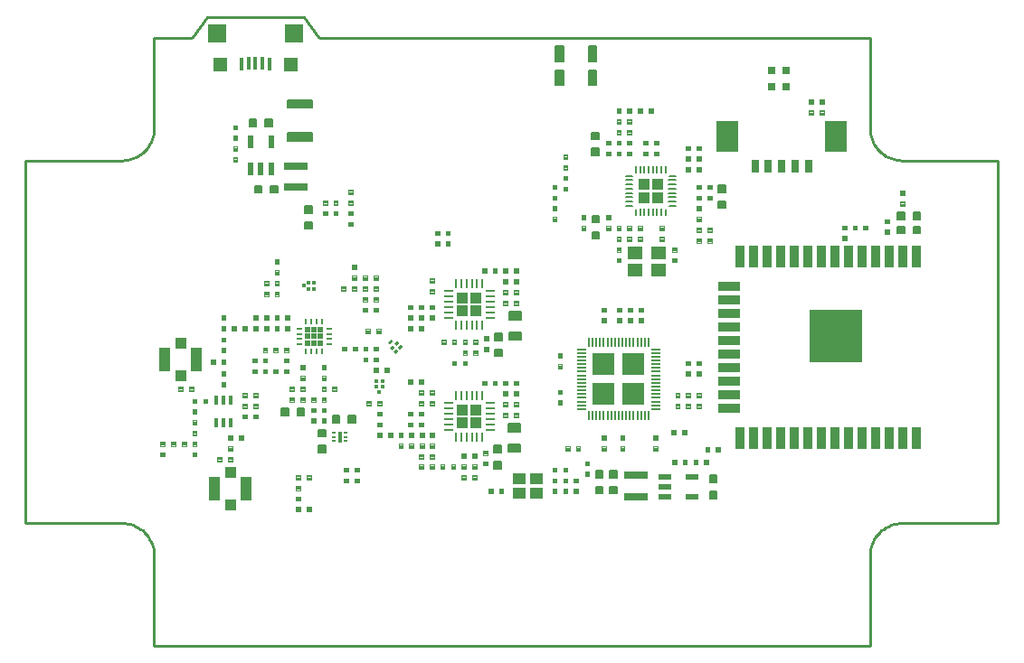
<source format=gtp>
G04 EAGLE Gerber RS-274X export*
G75*
%MOMM*%
%FSLAX34Y34*%
%LPD*%
%INSolderpasteTOP*%
%IPPOS*%
%AMOC8*
5,1,8,0,0,1.08239X$1,22.5*%
G01*
%ADD10R,0.264000X0.810700*%
%ADD11R,0.810700X0.264000*%
%ADD12R,1.045700X1.045700*%
%ADD13R,0.600000X0.250000*%
%ADD14R,0.250000X0.600000*%
%ADD15R,0.500000X0.500000*%
%ADD16R,0.850000X0.220000*%
%ADD17R,0.220000X0.850000*%
%ADD18R,2.100000X2.100000*%
%ADD19C,0.100000*%
%ADD20C,0.160000*%
%ADD21C,0.180000*%
%ADD22R,2.200000X0.800000*%
%ADD23R,0.400000X0.240000*%
%ADD24R,0.300000X1.000000*%
%ADD25R,0.375000X0.300000*%
%ADD26R,0.300000X0.375000*%
%ADD27R,0.900000X2.000000*%
%ADD28R,2.000000X0.900000*%
%ADD29R,5.000000X5.000000*%
%ADD30R,0.400000X0.900000*%
%ADD31R,0.591500X1.273300*%
%ADD32R,1.000000X1.050000*%
%ADD33R,1.050000X2.200000*%
%ADD34R,0.400000X1.300000*%
%ADD35R,0.800000X0.800000*%
%ADD36C,0.200000*%
%ADD37R,1.065100X1.065100*%
%ADD38R,1.400000X1.150000*%
%ADD39R,2.100000X3.000000*%
%ADD40R,0.800000X1.300000*%
%ADD41R,1.273300X0.591500*%
%ADD42R,1.200000X1.050000*%
%ADD43C,0.254000*%

G36*
X187008Y565502D02*
X187008Y565502D01*
X187017Y565501D01*
X187105Y565522D01*
X187195Y565540D01*
X187202Y565545D01*
X187210Y565547D01*
X187283Y565601D01*
X187359Y565653D01*
X187363Y565660D01*
X187370Y565665D01*
X187417Y565743D01*
X187466Y565820D01*
X187467Y565829D01*
X187472Y565836D01*
X187499Y566000D01*
X187499Y582000D01*
X187498Y582008D01*
X187499Y582017D01*
X187478Y582105D01*
X187460Y582195D01*
X187455Y582202D01*
X187453Y582210D01*
X187399Y582283D01*
X187347Y582359D01*
X187340Y582363D01*
X187335Y582370D01*
X187257Y582417D01*
X187180Y582466D01*
X187171Y582467D01*
X187164Y582472D01*
X187000Y582499D01*
X171000Y582499D01*
X170992Y582498D01*
X170983Y582499D01*
X170895Y582478D01*
X170805Y582460D01*
X170798Y582455D01*
X170790Y582453D01*
X170717Y582399D01*
X170641Y582347D01*
X170637Y582340D01*
X170630Y582335D01*
X170583Y582257D01*
X170534Y582180D01*
X170533Y582171D01*
X170528Y582164D01*
X170501Y582000D01*
X170501Y566000D01*
X170502Y565992D01*
X170501Y565983D01*
X170522Y565895D01*
X170540Y565805D01*
X170545Y565798D01*
X170547Y565790D01*
X170601Y565717D01*
X170653Y565641D01*
X170660Y565637D01*
X170665Y565630D01*
X170743Y565583D01*
X170820Y565534D01*
X170829Y565533D01*
X170836Y565528D01*
X171000Y565501D01*
X187000Y565501D01*
X187008Y565502D01*
G37*
G36*
X259008Y565502D02*
X259008Y565502D01*
X259017Y565501D01*
X259105Y565522D01*
X259195Y565540D01*
X259202Y565545D01*
X259210Y565547D01*
X259283Y565601D01*
X259359Y565653D01*
X259363Y565660D01*
X259370Y565665D01*
X259417Y565743D01*
X259466Y565820D01*
X259467Y565829D01*
X259472Y565836D01*
X259499Y566000D01*
X259499Y582000D01*
X259498Y582008D01*
X259499Y582017D01*
X259478Y582105D01*
X259460Y582195D01*
X259455Y582202D01*
X259453Y582210D01*
X259399Y582283D01*
X259347Y582359D01*
X259340Y582363D01*
X259335Y582370D01*
X259257Y582417D01*
X259180Y582466D01*
X259171Y582467D01*
X259164Y582472D01*
X259000Y582499D01*
X243000Y582499D01*
X242992Y582498D01*
X242983Y582499D01*
X242895Y582478D01*
X242805Y582460D01*
X242798Y582455D01*
X242790Y582453D01*
X242717Y582399D01*
X242641Y582347D01*
X242637Y582340D01*
X242630Y582335D01*
X242583Y582257D01*
X242534Y582180D01*
X242533Y582171D01*
X242528Y582164D01*
X242501Y582000D01*
X242501Y566000D01*
X242502Y565992D01*
X242501Y565983D01*
X242522Y565895D01*
X242540Y565805D01*
X242545Y565798D01*
X242547Y565790D01*
X242601Y565717D01*
X242653Y565641D01*
X242660Y565637D01*
X242665Y565630D01*
X242743Y565583D01*
X242820Y565534D01*
X242829Y565533D01*
X242836Y565528D01*
X243000Y565501D01*
X259000Y565501D01*
X259008Y565502D01*
G37*
G36*
X188008Y538502D02*
X188008Y538502D01*
X188017Y538501D01*
X188105Y538522D01*
X188195Y538540D01*
X188202Y538545D01*
X188210Y538547D01*
X188283Y538601D01*
X188359Y538653D01*
X188363Y538660D01*
X188370Y538665D01*
X188417Y538743D01*
X188466Y538820D01*
X188467Y538829D01*
X188472Y538836D01*
X188499Y539000D01*
X188499Y551000D01*
X188498Y551008D01*
X188499Y551017D01*
X188478Y551105D01*
X188460Y551195D01*
X188455Y551202D01*
X188453Y551210D01*
X188399Y551283D01*
X188347Y551359D01*
X188340Y551363D01*
X188335Y551370D01*
X188257Y551417D01*
X188180Y551466D01*
X188171Y551467D01*
X188164Y551472D01*
X188000Y551499D01*
X176000Y551499D01*
X175992Y551498D01*
X175983Y551499D01*
X175895Y551478D01*
X175805Y551460D01*
X175798Y551455D01*
X175790Y551453D01*
X175717Y551399D01*
X175641Y551347D01*
X175637Y551340D01*
X175630Y551335D01*
X175583Y551257D01*
X175534Y551180D01*
X175533Y551171D01*
X175528Y551164D01*
X175501Y551000D01*
X175501Y539000D01*
X175502Y538992D01*
X175501Y538983D01*
X175522Y538895D01*
X175540Y538805D01*
X175545Y538798D01*
X175547Y538790D01*
X175601Y538717D01*
X175653Y538641D01*
X175660Y538637D01*
X175665Y538630D01*
X175743Y538583D01*
X175820Y538534D01*
X175829Y538533D01*
X175836Y538528D01*
X176000Y538501D01*
X188000Y538501D01*
X188008Y538502D01*
G37*
G36*
X254008Y538502D02*
X254008Y538502D01*
X254017Y538501D01*
X254105Y538522D01*
X254195Y538540D01*
X254202Y538545D01*
X254210Y538547D01*
X254283Y538601D01*
X254359Y538653D01*
X254363Y538660D01*
X254370Y538665D01*
X254417Y538743D01*
X254466Y538820D01*
X254467Y538829D01*
X254472Y538836D01*
X254499Y539000D01*
X254499Y551000D01*
X254498Y551008D01*
X254499Y551017D01*
X254478Y551105D01*
X254460Y551195D01*
X254455Y551202D01*
X254453Y551210D01*
X254399Y551283D01*
X254347Y551359D01*
X254340Y551363D01*
X254335Y551370D01*
X254257Y551417D01*
X254180Y551466D01*
X254171Y551467D01*
X254164Y551472D01*
X254000Y551499D01*
X242000Y551499D01*
X241992Y551498D01*
X241983Y551499D01*
X241895Y551478D01*
X241805Y551460D01*
X241798Y551455D01*
X241790Y551453D01*
X241717Y551399D01*
X241641Y551347D01*
X241637Y551340D01*
X241630Y551335D01*
X241583Y551257D01*
X241534Y551180D01*
X241533Y551171D01*
X241528Y551164D01*
X241501Y551000D01*
X241501Y539000D01*
X241502Y538992D01*
X241501Y538983D01*
X241522Y538895D01*
X241540Y538805D01*
X241545Y538798D01*
X241547Y538790D01*
X241601Y538717D01*
X241653Y538641D01*
X241660Y538637D01*
X241665Y538630D01*
X241743Y538583D01*
X241820Y538534D01*
X241829Y538533D01*
X241836Y538528D01*
X242000Y538501D01*
X254000Y538501D01*
X254008Y538502D01*
G37*
D10*
X402500Y195494D03*
X407500Y195494D03*
X412500Y195494D03*
X417500Y195494D03*
X422500Y195494D03*
X427500Y195494D03*
D11*
X434506Y202500D03*
X434506Y207500D03*
X434506Y212500D03*
X434506Y217500D03*
X434506Y222500D03*
X434506Y227500D03*
D10*
X427500Y234506D03*
X422500Y234506D03*
X417500Y234506D03*
X412500Y234506D03*
X407500Y234506D03*
X402500Y234506D03*
D11*
X395494Y227500D03*
X395494Y222500D03*
X395494Y217500D03*
X395494Y212500D03*
X395494Y207500D03*
X395494Y202500D03*
D12*
X421243Y208758D03*
X421243Y221243D03*
X408758Y208758D03*
X408758Y221243D03*
D10*
X402500Y300494D03*
X407500Y300494D03*
X412500Y300494D03*
X417500Y300494D03*
X422500Y300494D03*
X427500Y300494D03*
D11*
X434506Y307500D03*
X434506Y312500D03*
X434506Y317500D03*
X434506Y322500D03*
X434506Y327500D03*
X434506Y332500D03*
D10*
X427500Y339506D03*
X422500Y339506D03*
X417500Y339506D03*
X412500Y339506D03*
X407500Y339506D03*
X402500Y339506D03*
D11*
X395494Y332500D03*
X395494Y327500D03*
X395494Y322500D03*
X395494Y317500D03*
X395494Y312500D03*
X395494Y307500D03*
D12*
X421243Y313758D03*
X421243Y326243D03*
X408758Y313758D03*
X408758Y326243D03*
D13*
X284006Y282500D03*
X284006Y287500D03*
X284006Y292500D03*
X284006Y297500D03*
D14*
X277500Y304006D03*
X272500Y304006D03*
X267500Y304006D03*
X262500Y304006D03*
D13*
X255994Y297500D03*
X255994Y292500D03*
X255994Y287500D03*
X255994Y282500D03*
D14*
X262500Y275994D03*
X267500Y275994D03*
X272500Y275994D03*
X277500Y275994D03*
D15*
X276000Y284000D03*
X264000Y284000D03*
X270000Y284000D03*
X276000Y290000D03*
X270000Y290000D03*
X264000Y290000D03*
X276000Y296000D03*
X264000Y296000D03*
X270000Y296000D03*
D16*
X589500Y222000D03*
X589506Y225500D03*
X589506Y229000D03*
X589506Y232500D03*
X589506Y236000D03*
X589506Y239500D03*
X589506Y243000D03*
X589506Y246500D03*
X589506Y250000D03*
X589506Y253500D03*
X589506Y257000D03*
X589506Y260500D03*
X589506Y264000D03*
X589506Y267500D03*
X589506Y271000D03*
X589506Y274500D03*
X589506Y278000D03*
D17*
X583000Y284506D03*
X579500Y284506D03*
X576000Y284506D03*
X572500Y284506D03*
X569000Y284506D03*
X565500Y284506D03*
X562000Y284506D03*
X558500Y284506D03*
X555000Y284506D03*
X551500Y284506D03*
X548000Y284506D03*
X544500Y284506D03*
X541000Y284506D03*
X537500Y284506D03*
X534000Y284506D03*
X530500Y284506D03*
X527000Y284506D03*
D16*
X520494Y278000D03*
X520494Y274500D03*
X520494Y271000D03*
X520494Y267500D03*
X520494Y264000D03*
X520494Y260500D03*
X520494Y257000D03*
X520494Y253500D03*
X520494Y250000D03*
X520494Y246500D03*
X520494Y243000D03*
X520494Y239500D03*
X520494Y236000D03*
X520494Y232500D03*
X520494Y229000D03*
X520494Y225500D03*
X520494Y222000D03*
D17*
X527000Y215494D03*
X530500Y215494D03*
X534000Y215494D03*
X537500Y215494D03*
X541000Y215494D03*
X544500Y215494D03*
X548000Y215494D03*
X551500Y215494D03*
X555000Y215494D03*
X558500Y215494D03*
X562000Y215494D03*
X565500Y215494D03*
X569000Y215494D03*
X572500Y215494D03*
X576000Y215494D03*
X579500Y215494D03*
X583000Y215494D03*
D18*
X569000Y236000D03*
X541000Y236000D03*
X569000Y264000D03*
X541000Y264000D03*
D19*
X242000Y275500D02*
X242000Y279500D01*
X246000Y279500D01*
X246000Y275500D01*
X242000Y275500D01*
X242000Y276450D02*
X246000Y276450D01*
X246000Y277400D02*
X242000Y277400D01*
X242000Y278350D02*
X246000Y278350D01*
X246000Y279300D02*
X242000Y279300D01*
X242000Y269500D02*
X242000Y265500D01*
X242000Y269500D02*
X246000Y269500D01*
X246000Y265500D01*
X242000Y265500D01*
X242000Y266450D02*
X246000Y266450D01*
X246000Y267400D02*
X242000Y267400D01*
X242000Y268350D02*
X246000Y268350D01*
X246000Y269300D02*
X242000Y269300D01*
X236000Y279500D02*
X232000Y279500D01*
X236000Y279500D02*
X236000Y275500D01*
X232000Y275500D01*
X232000Y279500D01*
X232000Y276450D02*
X236000Y276450D01*
X236000Y277400D02*
X232000Y277400D01*
X232000Y278350D02*
X236000Y278350D01*
X236000Y279300D02*
X232000Y279300D01*
X226000Y279500D02*
X222000Y279500D01*
X226000Y279500D02*
X226000Y275500D01*
X222000Y275500D01*
X222000Y279500D01*
X222000Y276450D02*
X226000Y276450D01*
X226000Y277400D02*
X222000Y277400D01*
X222000Y278350D02*
X226000Y278350D01*
X226000Y279300D02*
X222000Y279300D01*
X222000Y269500D02*
X226000Y269500D01*
X226000Y265500D01*
X222000Y265500D01*
X222000Y269500D01*
X222000Y266450D02*
X226000Y266450D01*
X226000Y267400D02*
X222000Y267400D01*
X222000Y268350D02*
X226000Y268350D01*
X226000Y269300D02*
X222000Y269300D01*
X216000Y269500D02*
X212000Y269500D01*
X216000Y269500D02*
X216000Y265500D01*
X212000Y265500D01*
X212000Y269500D01*
X212000Y266450D02*
X216000Y266450D01*
X216000Y267400D02*
X212000Y267400D01*
X212000Y268350D02*
X216000Y268350D01*
X216000Y269300D02*
X212000Y269300D01*
X232000Y255500D02*
X236000Y255500D01*
X232000Y255500D02*
X232000Y259500D01*
X236000Y259500D01*
X236000Y255500D01*
X236000Y256450D02*
X232000Y256450D01*
X232000Y257400D02*
X236000Y257400D01*
X236000Y258350D02*
X232000Y258350D01*
X232000Y259300D02*
X236000Y259300D01*
X242000Y255500D02*
X246000Y255500D01*
X242000Y255500D02*
X242000Y259500D01*
X246000Y259500D01*
X246000Y255500D01*
X246000Y256450D02*
X242000Y256450D01*
X242000Y257400D02*
X246000Y257400D01*
X246000Y258350D02*
X242000Y258350D01*
X242000Y259300D02*
X246000Y259300D01*
X226000Y259500D02*
X222000Y259500D01*
X226000Y259500D02*
X226000Y255500D01*
X222000Y255500D01*
X222000Y259500D01*
X222000Y256450D02*
X226000Y256450D01*
X226000Y257400D02*
X222000Y257400D01*
X222000Y258350D02*
X226000Y258350D01*
X226000Y259300D02*
X222000Y259300D01*
X216000Y259500D02*
X212000Y259500D01*
X216000Y259500D02*
X216000Y255500D01*
X212000Y255500D01*
X212000Y259500D01*
X212000Y256450D02*
X216000Y256450D01*
X216000Y257400D02*
X212000Y257400D01*
X212000Y258350D02*
X216000Y258350D01*
X216000Y259300D02*
X212000Y259300D01*
X257000Y259000D02*
X257000Y263000D01*
X261000Y263000D01*
X261000Y259000D01*
X257000Y259000D01*
X257000Y259950D02*
X261000Y259950D01*
X261000Y260900D02*
X257000Y260900D01*
X257000Y261850D02*
X261000Y261850D01*
X261000Y262800D02*
X257000Y262800D01*
X257000Y253000D02*
X257000Y249000D01*
X257000Y253000D02*
X261000Y253000D01*
X261000Y249000D01*
X257000Y249000D01*
X257000Y249950D02*
X261000Y249950D01*
X261000Y250900D02*
X257000Y250900D01*
X257000Y251850D02*
X261000Y251850D01*
X261000Y252800D02*
X257000Y252800D01*
X247000Y295500D02*
X247000Y299500D01*
X247000Y295500D02*
X243000Y295500D01*
X243000Y299500D01*
X247000Y299500D01*
X247000Y296450D02*
X243000Y296450D01*
X243000Y297400D02*
X247000Y297400D01*
X247000Y298350D02*
X243000Y298350D01*
X243000Y299300D02*
X247000Y299300D01*
X247000Y305500D02*
X247000Y309500D01*
X247000Y305500D02*
X243000Y305500D01*
X243000Y309500D01*
X247000Y309500D01*
X247000Y306450D02*
X243000Y306450D01*
X243000Y307400D02*
X247000Y307400D01*
X247000Y308350D02*
X243000Y308350D01*
X243000Y309300D02*
X247000Y309300D01*
X237000Y299500D02*
X233000Y299500D01*
X237000Y299500D02*
X237000Y295500D01*
X233000Y295500D01*
X233000Y299500D01*
X233000Y296450D02*
X237000Y296450D01*
X237000Y297400D02*
X233000Y297400D01*
X233000Y298350D02*
X237000Y298350D01*
X237000Y299300D02*
X233000Y299300D01*
X227000Y299500D02*
X223000Y299500D01*
X227000Y299500D02*
X227000Y295500D01*
X223000Y295500D01*
X223000Y299500D01*
X223000Y296450D02*
X227000Y296450D01*
X227000Y297400D02*
X223000Y297400D01*
X223000Y298350D02*
X227000Y298350D01*
X227000Y299300D02*
X223000Y299300D01*
X217000Y299500D02*
X217000Y295500D01*
X213000Y295500D01*
X213000Y299500D01*
X217000Y299500D01*
X217000Y296450D02*
X213000Y296450D01*
X213000Y297400D02*
X217000Y297400D01*
X217000Y298350D02*
X213000Y298350D01*
X213000Y299300D02*
X217000Y299300D01*
X217000Y305500D02*
X217000Y309500D01*
X217000Y305500D02*
X213000Y305500D01*
X213000Y309500D01*
X217000Y309500D01*
X217000Y306450D02*
X213000Y306450D01*
X213000Y307400D02*
X217000Y307400D01*
X217000Y308350D02*
X213000Y308350D01*
X213000Y309300D02*
X217000Y309300D01*
X207000Y299500D02*
X203000Y299500D01*
X207000Y299500D02*
X207000Y295500D01*
X203000Y295500D01*
X203000Y299500D01*
X203000Y296450D02*
X207000Y296450D01*
X207000Y297400D02*
X203000Y297400D01*
X203000Y298350D02*
X207000Y298350D01*
X207000Y299300D02*
X203000Y299300D01*
X197000Y299500D02*
X193000Y299500D01*
X197000Y299500D02*
X197000Y295500D01*
X193000Y295500D01*
X193000Y299500D01*
X193000Y296450D02*
X197000Y296450D01*
X197000Y297400D02*
X193000Y297400D01*
X193000Y298350D02*
X197000Y298350D01*
X197000Y299300D02*
X193000Y299300D01*
X183000Y289000D02*
X183000Y285000D01*
X183000Y289000D02*
X187000Y289000D01*
X187000Y285000D01*
X183000Y285000D01*
X183000Y285950D02*
X187000Y285950D01*
X187000Y286900D02*
X183000Y286900D01*
X183000Y287850D02*
X187000Y287850D01*
X187000Y288800D02*
X183000Y288800D01*
X183000Y279000D02*
X183000Y275000D01*
X183000Y279000D02*
X187000Y279000D01*
X187000Y275000D01*
X183000Y275000D01*
X183000Y275950D02*
X187000Y275950D01*
X187000Y276900D02*
X183000Y276900D01*
X183000Y277850D02*
X187000Y277850D01*
X187000Y278800D02*
X183000Y278800D01*
X187000Y295500D02*
X187000Y299500D01*
X187000Y295500D02*
X183000Y295500D01*
X183000Y299500D01*
X187000Y299500D01*
X187000Y296450D02*
X183000Y296450D01*
X183000Y297400D02*
X187000Y297400D01*
X187000Y298350D02*
X183000Y298350D01*
X183000Y299300D02*
X187000Y299300D01*
X187000Y305500D02*
X187000Y309500D01*
X187000Y305500D02*
X183000Y305500D01*
X183000Y309500D01*
X187000Y309500D01*
X187000Y306450D02*
X183000Y306450D01*
X183000Y307400D02*
X187000Y307400D01*
X187000Y308350D02*
X183000Y308350D01*
X183000Y309300D02*
X187000Y309300D01*
X277000Y263000D02*
X277000Y259000D01*
X277000Y263000D02*
X281000Y263000D01*
X281000Y259000D01*
X277000Y259000D01*
X277000Y259950D02*
X281000Y259950D01*
X281000Y260900D02*
X277000Y260900D01*
X277000Y261850D02*
X281000Y261850D01*
X281000Y262800D02*
X277000Y262800D01*
X277000Y253000D02*
X277000Y249000D01*
X277000Y253000D02*
X281000Y253000D01*
X281000Y249000D01*
X277000Y249000D01*
X277000Y249950D02*
X281000Y249950D01*
X281000Y250900D02*
X277000Y250900D01*
X277000Y251850D02*
X281000Y251850D01*
X281000Y252800D02*
X277000Y252800D01*
X277000Y239000D02*
X281000Y239000D01*
X277000Y239000D02*
X277000Y243000D01*
X281000Y243000D01*
X281000Y239000D01*
X281000Y239950D02*
X277000Y239950D01*
X277000Y240900D02*
X281000Y240900D01*
X281000Y241850D02*
X277000Y241850D01*
X277000Y242800D02*
X281000Y242800D01*
X287000Y239000D02*
X291000Y239000D01*
X287000Y239000D02*
X287000Y243000D01*
X291000Y243000D01*
X291000Y239000D01*
X291000Y239950D02*
X287000Y239950D01*
X287000Y240900D02*
X291000Y240900D01*
X291000Y241850D02*
X287000Y241850D01*
X287000Y242800D02*
X291000Y242800D01*
X261000Y243000D02*
X257000Y243000D01*
X261000Y243000D02*
X261000Y239000D01*
X257000Y239000D01*
X257000Y243000D01*
X257000Y239950D02*
X261000Y239950D01*
X261000Y240900D02*
X257000Y240900D01*
X257000Y241850D02*
X261000Y241850D01*
X261000Y242800D02*
X257000Y242800D01*
X251000Y243000D02*
X247000Y243000D01*
X251000Y243000D02*
X251000Y239000D01*
X247000Y239000D01*
X247000Y243000D01*
X247000Y239950D02*
X251000Y239950D01*
X251000Y240900D02*
X247000Y240900D01*
X247000Y241850D02*
X251000Y241850D01*
X251000Y242800D02*
X247000Y242800D01*
X306000Y280500D02*
X310000Y280500D01*
X310000Y276500D01*
X306000Y276500D01*
X306000Y280500D01*
X306000Y277450D02*
X310000Y277450D01*
X310000Y278400D02*
X306000Y278400D01*
X306000Y279350D02*
X310000Y279350D01*
X310000Y280300D02*
X306000Y280300D01*
X300000Y280500D02*
X296000Y280500D01*
X300000Y280500D02*
X300000Y276500D01*
X296000Y276500D01*
X296000Y280500D01*
X296000Y277450D02*
X300000Y277450D01*
X300000Y278400D02*
X296000Y278400D01*
X296000Y279350D02*
X300000Y279350D01*
X300000Y280300D02*
X296000Y280300D01*
X316000Y280500D02*
X316000Y276500D01*
X316000Y280500D02*
X320000Y280500D01*
X320000Y276500D01*
X316000Y276500D01*
X316000Y277450D02*
X320000Y277450D01*
X320000Y278400D02*
X316000Y278400D01*
X316000Y279350D02*
X320000Y279350D01*
X320000Y280300D02*
X316000Y280300D01*
X316000Y270500D02*
X316000Y266500D01*
X316000Y270500D02*
X320000Y270500D01*
X320000Y266500D01*
X316000Y266500D01*
X316000Y267450D02*
X320000Y267450D01*
X320000Y268400D02*
X316000Y268400D01*
X316000Y269350D02*
X320000Y269350D01*
X320000Y270300D02*
X316000Y270300D01*
X330000Y270500D02*
X330000Y266500D01*
X326000Y266500D01*
X326000Y270500D01*
X330000Y270500D01*
X330000Y267450D02*
X326000Y267450D01*
X326000Y268400D02*
X330000Y268400D01*
X330000Y269350D02*
X326000Y269350D01*
X326000Y270300D02*
X330000Y270300D01*
X330000Y276500D02*
X330000Y280500D01*
X330000Y276500D02*
X326000Y276500D01*
X326000Y280500D01*
X330000Y280500D01*
X330000Y277450D02*
X326000Y277450D01*
X326000Y278400D02*
X330000Y278400D01*
X330000Y279350D02*
X326000Y279350D01*
X326000Y280300D02*
X330000Y280300D01*
X330000Y256500D02*
X326000Y256500D01*
X326000Y260500D01*
X330000Y260500D01*
X330000Y256500D01*
X330000Y257450D02*
X326000Y257450D01*
X326000Y258400D02*
X330000Y258400D01*
X330000Y259350D02*
X326000Y259350D01*
X326000Y260300D02*
X330000Y260300D01*
X336000Y256500D02*
X340000Y256500D01*
X336000Y256500D02*
X336000Y260500D01*
X340000Y260500D01*
X340000Y256500D01*
X340000Y257450D02*
X336000Y257450D01*
X336000Y258400D02*
X340000Y258400D01*
X340000Y259350D02*
X336000Y259350D01*
X336000Y260300D02*
X340000Y260300D01*
X332000Y297000D02*
X328000Y297000D01*
X332000Y297000D02*
X332000Y293000D01*
X328000Y293000D01*
X328000Y297000D01*
X328000Y293950D02*
X332000Y293950D01*
X332000Y294900D02*
X328000Y294900D01*
X328000Y295850D02*
X332000Y295850D01*
X332000Y296800D02*
X328000Y296800D01*
X322000Y297000D02*
X318000Y297000D01*
X322000Y297000D02*
X322000Y293000D01*
X318000Y293000D01*
X318000Y297000D01*
X318000Y293950D02*
X322000Y293950D01*
X322000Y294900D02*
X318000Y294900D01*
X318000Y295850D02*
X322000Y295850D01*
X322000Y296800D02*
X318000Y296800D01*
X325500Y343000D02*
X325500Y347000D01*
X329500Y347000D01*
X329500Y343000D01*
X325500Y343000D01*
X325500Y343950D02*
X329500Y343950D01*
X329500Y344900D02*
X325500Y344900D01*
X325500Y345850D02*
X329500Y345850D01*
X329500Y346800D02*
X325500Y346800D01*
X325500Y337000D02*
X325500Y333000D01*
X325500Y337000D02*
X329500Y337000D01*
X329500Y333000D01*
X325500Y333000D01*
X325500Y333950D02*
X329500Y333950D01*
X329500Y334900D02*
X325500Y334900D01*
X325500Y335850D02*
X329500Y335850D01*
X329500Y336800D02*
X325500Y336800D01*
X329500Y317000D02*
X329500Y313000D01*
X325500Y313000D01*
X325500Y317000D01*
X329500Y317000D01*
X329500Y313950D02*
X325500Y313950D01*
X325500Y314900D02*
X329500Y314900D01*
X329500Y315850D02*
X325500Y315850D01*
X325500Y316800D02*
X329500Y316800D01*
X329500Y323000D02*
X329500Y327000D01*
X329500Y323000D02*
X325500Y323000D01*
X325500Y327000D01*
X329500Y327000D01*
X329500Y323950D02*
X325500Y323950D01*
X325500Y324900D02*
X329500Y324900D01*
X329500Y325850D02*
X325500Y325850D01*
X325500Y326800D02*
X329500Y326800D01*
X305500Y353000D02*
X305500Y357000D01*
X309500Y357000D01*
X309500Y353000D01*
X305500Y353000D01*
X305500Y353950D02*
X309500Y353950D01*
X309500Y354900D02*
X305500Y354900D01*
X305500Y355850D02*
X309500Y355850D01*
X309500Y356800D02*
X305500Y356800D01*
X305500Y347000D02*
X305500Y343000D01*
X305500Y347000D02*
X309500Y347000D01*
X309500Y343000D01*
X305500Y343000D01*
X305500Y343950D02*
X309500Y343950D01*
X309500Y344900D02*
X305500Y344900D01*
X305500Y345850D02*
X309500Y345850D01*
X309500Y346800D02*
X305500Y346800D01*
X299500Y333000D02*
X295500Y333000D01*
X295500Y337000D01*
X299500Y337000D01*
X299500Y333000D01*
X299500Y333950D02*
X295500Y333950D01*
X295500Y334900D02*
X299500Y334900D01*
X299500Y335850D02*
X295500Y335850D01*
X295500Y336800D02*
X299500Y336800D01*
X305500Y333000D02*
X309500Y333000D01*
X305500Y333000D02*
X305500Y337000D01*
X309500Y337000D01*
X309500Y333000D01*
X309500Y333950D02*
X305500Y333950D01*
X305500Y334900D02*
X309500Y334900D01*
X309500Y335850D02*
X305500Y335850D01*
X305500Y336800D02*
X309500Y336800D01*
X315500Y343000D02*
X315500Y347000D01*
X319500Y347000D01*
X319500Y343000D01*
X315500Y343000D01*
X315500Y343950D02*
X319500Y343950D01*
X319500Y344900D02*
X315500Y344900D01*
X315500Y345850D02*
X319500Y345850D01*
X319500Y346800D02*
X315500Y346800D01*
X315500Y337000D02*
X315500Y333000D01*
X315500Y337000D02*
X319500Y337000D01*
X319500Y333000D01*
X315500Y333000D01*
X315500Y333950D02*
X319500Y333950D01*
X319500Y334900D02*
X315500Y334900D01*
X315500Y335850D02*
X319500Y335850D01*
X319500Y336800D02*
X315500Y336800D01*
X319500Y317000D02*
X319500Y313000D01*
X315500Y313000D01*
X315500Y317000D01*
X319500Y317000D01*
X319500Y313950D02*
X315500Y313950D01*
X315500Y314900D02*
X319500Y314900D01*
X319500Y315850D02*
X315500Y315850D01*
X315500Y316800D02*
X319500Y316800D01*
X319500Y323000D02*
X319500Y327000D01*
X319500Y323000D02*
X315500Y323000D01*
X315500Y327000D01*
X319500Y327000D01*
X319500Y323950D02*
X315500Y323950D01*
X315500Y324900D02*
X319500Y324900D01*
X319500Y325850D02*
X315500Y325850D01*
X315500Y326800D02*
X319500Y326800D01*
X362000Y209500D02*
X362000Y205500D01*
X358000Y205500D01*
X358000Y209500D01*
X362000Y209500D01*
X362000Y206450D02*
X358000Y206450D01*
X358000Y207400D02*
X362000Y207400D01*
X362000Y208350D02*
X358000Y208350D01*
X358000Y209300D02*
X362000Y209300D01*
X362000Y215500D02*
X362000Y219500D01*
X362000Y215500D02*
X358000Y215500D01*
X358000Y219500D01*
X362000Y219500D01*
X362000Y216450D02*
X358000Y216450D01*
X358000Y217400D02*
X362000Y217400D01*
X362000Y218350D02*
X358000Y218350D01*
X358000Y219300D02*
X362000Y219300D01*
X368000Y235500D02*
X368000Y239500D01*
X372000Y239500D01*
X372000Y235500D01*
X368000Y235500D01*
X368000Y236450D02*
X372000Y236450D01*
X372000Y237400D02*
X368000Y237400D01*
X368000Y238350D02*
X372000Y238350D01*
X372000Y239300D02*
X368000Y239300D01*
X368000Y229500D02*
X368000Y225500D01*
X368000Y229500D02*
X372000Y229500D01*
X372000Y225500D01*
X368000Y225500D01*
X368000Y226450D02*
X372000Y226450D01*
X372000Y227400D02*
X368000Y227400D01*
X368000Y228350D02*
X372000Y228350D01*
X372000Y229300D02*
X368000Y229300D01*
X372000Y209500D02*
X372000Y205500D01*
X368000Y205500D01*
X368000Y209500D01*
X372000Y209500D01*
X372000Y206450D02*
X368000Y206450D01*
X368000Y207400D02*
X372000Y207400D01*
X372000Y208350D02*
X368000Y208350D01*
X368000Y209300D02*
X372000Y209300D01*
X372000Y215500D02*
X372000Y219500D01*
X372000Y215500D02*
X368000Y215500D01*
X368000Y219500D01*
X372000Y219500D01*
X372000Y216450D02*
X368000Y216450D01*
X368000Y217400D02*
X372000Y217400D01*
X372000Y218350D02*
X368000Y218350D01*
X368000Y219300D02*
X372000Y219300D01*
X372000Y249500D02*
X368000Y249500D01*
X372000Y249500D02*
X372000Y245500D01*
X368000Y245500D01*
X368000Y249500D01*
X368000Y246450D02*
X372000Y246450D01*
X372000Y247400D02*
X368000Y247400D01*
X368000Y248350D02*
X372000Y248350D01*
X372000Y249300D02*
X368000Y249300D01*
X362000Y249500D02*
X358000Y249500D01*
X362000Y249500D02*
X362000Y245500D01*
X358000Y245500D01*
X358000Y249500D01*
X358000Y246450D02*
X362000Y246450D01*
X362000Y247400D02*
X358000Y247400D01*
X358000Y248350D02*
X362000Y248350D01*
X362000Y249300D02*
X358000Y249300D01*
X333000Y209500D02*
X333000Y205500D01*
X329000Y205500D01*
X329000Y209500D01*
X333000Y209500D01*
X333000Y206450D02*
X329000Y206450D01*
X329000Y207400D02*
X333000Y207400D01*
X333000Y208350D02*
X329000Y208350D01*
X329000Y209300D02*
X333000Y209300D01*
X333000Y215500D02*
X333000Y219500D01*
X333000Y215500D02*
X329000Y215500D01*
X329000Y219500D01*
X333000Y219500D01*
X333000Y216450D02*
X329000Y216450D01*
X329000Y217400D02*
X333000Y217400D01*
X333000Y218350D02*
X329000Y218350D01*
X329000Y219300D02*
X333000Y219300D01*
X369000Y199500D02*
X373000Y199500D01*
X373000Y195500D01*
X369000Y195500D01*
X369000Y199500D01*
X369000Y196450D02*
X373000Y196450D01*
X373000Y197400D02*
X369000Y197400D01*
X369000Y198350D02*
X373000Y198350D01*
X373000Y199300D02*
X369000Y199300D01*
X363000Y199500D02*
X359000Y199500D01*
X363000Y199500D02*
X363000Y195500D01*
X359000Y195500D01*
X359000Y199500D01*
X359000Y196450D02*
X363000Y196450D01*
X363000Y197400D02*
X359000Y197400D01*
X359000Y198350D02*
X363000Y198350D01*
X363000Y199300D02*
X359000Y199300D01*
X378000Y199500D02*
X378000Y195500D01*
X378000Y199500D02*
X382000Y199500D01*
X382000Y195500D01*
X378000Y195500D01*
X378000Y196450D02*
X382000Y196450D01*
X382000Y197400D02*
X378000Y197400D01*
X378000Y198350D02*
X382000Y198350D01*
X382000Y199300D02*
X378000Y199300D01*
X378000Y189500D02*
X378000Y185500D01*
X378000Y189500D02*
X382000Y189500D01*
X382000Y185500D01*
X378000Y185500D01*
X378000Y186450D02*
X382000Y186450D01*
X382000Y187400D02*
X378000Y187400D01*
X378000Y188350D02*
X382000Y188350D01*
X382000Y189300D02*
X378000Y189300D01*
X353000Y189500D02*
X353000Y185500D01*
X349000Y185500D01*
X349000Y189500D01*
X353000Y189500D01*
X353000Y186450D02*
X349000Y186450D01*
X349000Y187400D02*
X353000Y187400D01*
X353000Y188350D02*
X349000Y188350D01*
X349000Y189300D02*
X353000Y189300D01*
X353000Y195500D02*
X353000Y199500D01*
X353000Y195500D02*
X349000Y195500D01*
X349000Y199500D01*
X353000Y199500D01*
X353000Y196450D02*
X349000Y196450D01*
X349000Y197400D02*
X353000Y197400D01*
X353000Y198350D02*
X349000Y198350D01*
X349000Y199300D02*
X353000Y199300D01*
X333000Y195500D02*
X329000Y195500D01*
X329000Y199500D01*
X333000Y199500D01*
X333000Y195500D01*
X333000Y196450D02*
X329000Y196450D01*
X329000Y197400D02*
X333000Y197400D01*
X333000Y198350D02*
X329000Y198350D01*
X329000Y199300D02*
X333000Y199300D01*
X339000Y195500D02*
X343000Y195500D01*
X339000Y195500D02*
X339000Y199500D01*
X343000Y199500D01*
X343000Y195500D01*
X343000Y196450D02*
X339000Y196450D01*
X339000Y197400D02*
X343000Y197400D01*
X343000Y198350D02*
X339000Y198350D01*
X339000Y199300D02*
X343000Y199300D01*
X323000Y225500D02*
X319000Y225500D01*
X319000Y229500D01*
X323000Y229500D01*
X323000Y225500D01*
X323000Y226450D02*
X319000Y226450D01*
X319000Y227400D02*
X323000Y227400D01*
X323000Y228350D02*
X319000Y228350D01*
X319000Y229300D02*
X323000Y229300D01*
X329000Y225500D02*
X333000Y225500D01*
X329000Y225500D02*
X329000Y229500D01*
X333000Y229500D01*
X333000Y225500D01*
X333000Y226450D02*
X329000Y226450D01*
X329000Y227400D02*
X333000Y227400D01*
X333000Y228350D02*
X329000Y228350D01*
X329000Y229300D02*
X333000Y229300D01*
X368000Y175500D02*
X372000Y175500D01*
X368000Y175500D02*
X368000Y179500D01*
X372000Y179500D01*
X372000Y175500D01*
X372000Y176450D02*
X368000Y176450D01*
X368000Y177400D02*
X372000Y177400D01*
X372000Y178350D02*
X368000Y178350D01*
X368000Y179300D02*
X372000Y179300D01*
X378000Y175500D02*
X382000Y175500D01*
X378000Y175500D02*
X378000Y179500D01*
X382000Y179500D01*
X382000Y175500D01*
X382000Y176450D02*
X378000Y176450D01*
X378000Y177400D02*
X382000Y177400D01*
X382000Y178350D02*
X378000Y178350D01*
X378000Y179300D02*
X382000Y179300D01*
X372000Y166000D02*
X368000Y166000D01*
X368000Y170000D01*
X372000Y170000D01*
X372000Y166000D01*
X372000Y166950D02*
X368000Y166950D01*
X368000Y167900D02*
X372000Y167900D01*
X372000Y168850D02*
X368000Y168850D01*
X368000Y169800D02*
X372000Y169800D01*
X378000Y166000D02*
X382000Y166000D01*
X378000Y166000D02*
X378000Y170000D01*
X382000Y170000D01*
X382000Y166000D01*
X382000Y166950D02*
X378000Y166950D01*
X378000Y167900D02*
X382000Y167900D01*
X382000Y168850D02*
X378000Y168850D01*
X378000Y169800D02*
X382000Y169800D01*
D20*
X245700Y216300D02*
X239300Y216300D01*
X239300Y222700D01*
X245700Y222700D01*
X245700Y216300D01*
X245700Y217820D02*
X239300Y217820D01*
X239300Y219340D02*
X245700Y219340D01*
X245700Y220860D02*
X239300Y220860D01*
X239300Y222380D02*
X245700Y222380D01*
X254300Y216300D02*
X260700Y216300D01*
X254300Y216300D02*
X254300Y222700D01*
X260700Y222700D01*
X260700Y216300D01*
X260700Y217820D02*
X254300Y217820D01*
X254300Y219340D02*
X260700Y219340D01*
X260700Y220860D02*
X254300Y220860D01*
X254300Y222380D02*
X260700Y222380D01*
D19*
X368000Y309500D02*
X372000Y309500D01*
X372000Y305500D01*
X368000Y305500D01*
X368000Y309500D01*
X368000Y306450D02*
X372000Y306450D01*
X372000Y307400D02*
X368000Y307400D01*
X368000Y308350D02*
X372000Y308350D01*
X372000Y309300D02*
X368000Y309300D01*
X362000Y309500D02*
X358000Y309500D01*
X362000Y309500D02*
X362000Y305500D01*
X358000Y305500D01*
X358000Y309500D01*
X358000Y306450D02*
X362000Y306450D01*
X362000Y307400D02*
X358000Y307400D01*
X358000Y308350D02*
X362000Y308350D01*
X362000Y309300D02*
X358000Y309300D01*
X358000Y315500D02*
X362000Y315500D01*
X358000Y315500D02*
X358000Y319500D01*
X362000Y319500D01*
X362000Y315500D01*
X362000Y316450D02*
X358000Y316450D01*
X358000Y317400D02*
X362000Y317400D01*
X362000Y318350D02*
X358000Y318350D01*
X358000Y319300D02*
X362000Y319300D01*
X368000Y315500D02*
X372000Y315500D01*
X368000Y315500D02*
X368000Y319500D01*
X372000Y319500D01*
X372000Y315500D01*
X372000Y316450D02*
X368000Y316450D01*
X368000Y317400D02*
X372000Y317400D01*
X372000Y318350D02*
X368000Y318350D01*
X368000Y319300D02*
X372000Y319300D01*
X382000Y309500D02*
X382000Y305500D01*
X378000Y305500D01*
X378000Y309500D01*
X382000Y309500D01*
X382000Y306450D02*
X378000Y306450D01*
X378000Y307400D02*
X382000Y307400D01*
X382000Y308350D02*
X378000Y308350D01*
X378000Y309300D02*
X382000Y309300D01*
X382000Y315500D02*
X382000Y319500D01*
X382000Y315500D02*
X378000Y315500D01*
X378000Y319500D01*
X382000Y319500D01*
X382000Y316450D02*
X378000Y316450D01*
X378000Y317400D02*
X382000Y317400D01*
X382000Y318350D02*
X378000Y318350D01*
X378000Y319300D02*
X382000Y319300D01*
X372000Y299500D02*
X368000Y299500D01*
X372000Y299500D02*
X372000Y295500D01*
X368000Y295500D01*
X368000Y299500D01*
X368000Y296450D02*
X372000Y296450D01*
X372000Y297400D02*
X368000Y297400D01*
X368000Y298350D02*
X372000Y298350D01*
X372000Y299300D02*
X368000Y299300D01*
X362000Y299500D02*
X358000Y299500D01*
X362000Y299500D02*
X362000Y295500D01*
X358000Y295500D01*
X358000Y299500D01*
X358000Y296450D02*
X362000Y296450D01*
X362000Y297400D02*
X358000Y297400D01*
X358000Y298350D02*
X362000Y298350D01*
X362000Y299300D02*
X358000Y299300D01*
X387000Y375000D02*
X387000Y379000D01*
X387000Y375000D02*
X383000Y375000D01*
X383000Y379000D01*
X387000Y379000D01*
X387000Y375950D02*
X383000Y375950D01*
X383000Y376900D02*
X387000Y376900D01*
X387000Y377850D02*
X383000Y377850D01*
X383000Y378800D02*
X387000Y378800D01*
X387000Y385000D02*
X387000Y389000D01*
X387000Y385000D02*
X383000Y385000D01*
X383000Y389000D01*
X387000Y389000D01*
X387000Y385950D02*
X383000Y385950D01*
X383000Y386900D02*
X387000Y386900D01*
X387000Y387850D02*
X383000Y387850D01*
X383000Y388800D02*
X387000Y388800D01*
X503000Y157000D02*
X503000Y153000D01*
X503000Y157000D02*
X507000Y157000D01*
X507000Y153000D01*
X503000Y153000D01*
X503000Y153950D02*
X507000Y153950D01*
X507000Y154900D02*
X503000Y154900D01*
X503000Y155850D02*
X507000Y155850D01*
X507000Y156800D02*
X503000Y156800D01*
X503000Y147000D02*
X503000Y143000D01*
X503000Y147000D02*
X507000Y147000D01*
X507000Y143000D01*
X503000Y143000D01*
X503000Y143950D02*
X507000Y143950D01*
X507000Y144900D02*
X503000Y144900D01*
X503000Y145850D02*
X507000Y145850D01*
X507000Y146800D02*
X503000Y146800D01*
X447000Y147000D02*
X443000Y147000D01*
X447000Y147000D02*
X447000Y143000D01*
X443000Y143000D01*
X443000Y147000D01*
X443000Y143950D02*
X447000Y143950D01*
X447000Y144900D02*
X443000Y144900D01*
X443000Y145850D02*
X447000Y145850D01*
X447000Y146800D02*
X443000Y146800D01*
X437000Y147000D02*
X433000Y147000D01*
X437000Y147000D02*
X437000Y143000D01*
X433000Y143000D01*
X433000Y147000D01*
X433000Y143950D02*
X437000Y143950D01*
X437000Y144900D02*
X433000Y144900D01*
X433000Y145850D02*
X437000Y145850D01*
X437000Y146800D02*
X433000Y146800D01*
X422000Y160000D02*
X418000Y160000D01*
X422000Y160000D02*
X422000Y156000D01*
X418000Y156000D01*
X418000Y160000D01*
X418000Y156950D02*
X422000Y156950D01*
X422000Y157900D02*
X418000Y157900D01*
X418000Y158850D02*
X422000Y158850D01*
X422000Y159800D02*
X418000Y159800D01*
X412000Y160000D02*
X408000Y160000D01*
X412000Y160000D02*
X412000Y156000D01*
X408000Y156000D01*
X408000Y160000D01*
X408000Y156950D02*
X412000Y156950D01*
X412000Y157900D02*
X408000Y157900D01*
X408000Y158850D02*
X412000Y158850D01*
X412000Y159800D02*
X408000Y159800D01*
X408000Y176000D02*
X408000Y180000D01*
X412000Y180000D01*
X412000Y176000D01*
X408000Y176000D01*
X408000Y176950D02*
X412000Y176950D01*
X412000Y177900D02*
X408000Y177900D01*
X408000Y178850D02*
X412000Y178850D01*
X412000Y179800D02*
X408000Y179800D01*
X408000Y170000D02*
X408000Y166000D01*
X408000Y170000D02*
X412000Y170000D01*
X412000Y166000D01*
X408000Y166000D01*
X408000Y166950D02*
X412000Y166950D01*
X412000Y167900D02*
X408000Y167900D01*
X408000Y168850D02*
X412000Y168850D01*
X412000Y169800D02*
X408000Y169800D01*
X403000Y263000D02*
X399000Y263000D01*
X399000Y267000D01*
X403000Y267000D01*
X403000Y263000D01*
X403000Y263950D02*
X399000Y263950D01*
X399000Y264900D02*
X403000Y264900D01*
X403000Y265850D02*
X399000Y265850D01*
X399000Y266800D02*
X403000Y266800D01*
X409000Y263000D02*
X413000Y263000D01*
X409000Y263000D02*
X409000Y267000D01*
X413000Y267000D01*
X413000Y263000D01*
X413000Y263950D02*
X409000Y263950D01*
X409000Y264900D02*
X413000Y264900D01*
X413000Y265850D02*
X409000Y265850D01*
X409000Y266800D02*
X413000Y266800D01*
X409000Y283000D02*
X409000Y287000D01*
X413000Y287000D01*
X413000Y283000D01*
X409000Y283000D01*
X409000Y283950D02*
X413000Y283950D01*
X413000Y284900D02*
X409000Y284900D01*
X409000Y285850D02*
X413000Y285850D01*
X413000Y286800D02*
X409000Y286800D01*
X409000Y277000D02*
X409000Y273000D01*
X409000Y277000D02*
X413000Y277000D01*
X413000Y273000D01*
X409000Y273000D01*
X409000Y273950D02*
X413000Y273950D01*
X413000Y274900D02*
X409000Y274900D01*
X409000Y275850D02*
X413000Y275850D01*
X413000Y276800D02*
X409000Y276800D01*
D21*
X462600Y189100D02*
X462600Y181900D01*
X451400Y181900D01*
X451400Y189100D01*
X462600Y189100D01*
X462600Y183610D02*
X451400Y183610D01*
X451400Y185320D02*
X462600Y185320D01*
X462600Y187030D02*
X451400Y187030D01*
X451400Y188740D02*
X462600Y188740D01*
X462600Y200900D02*
X462600Y208100D01*
X462600Y200900D02*
X451400Y200900D01*
X451400Y208100D01*
X462600Y208100D01*
X462600Y202610D02*
X451400Y202610D01*
X451400Y204320D02*
X462600Y204320D01*
X462600Y206030D02*
X451400Y206030D01*
X451400Y207740D02*
X462600Y207740D01*
D20*
X444700Y172700D02*
X444700Y166300D01*
X438300Y166300D01*
X438300Y172700D01*
X444700Y172700D01*
X444700Y167820D02*
X438300Y167820D01*
X438300Y169340D02*
X444700Y169340D01*
X444700Y170860D02*
X438300Y170860D01*
X438300Y172380D02*
X444700Y172380D01*
X444700Y181300D02*
X444700Y187700D01*
X444700Y181300D02*
X438300Y181300D01*
X438300Y187700D01*
X444700Y187700D01*
X444700Y182820D02*
X438300Y182820D01*
X438300Y184340D02*
X444700Y184340D01*
X444700Y185860D02*
X438300Y185860D01*
X438300Y187380D02*
X444700Y187380D01*
D19*
X457000Y218500D02*
X461000Y218500D01*
X461000Y214500D01*
X457000Y214500D01*
X457000Y218500D01*
X457000Y215450D02*
X461000Y215450D01*
X461000Y216400D02*
X457000Y216400D01*
X457000Y217350D02*
X461000Y217350D01*
X461000Y218300D02*
X457000Y218300D01*
X451000Y218500D02*
X447000Y218500D01*
X451000Y218500D02*
X451000Y214500D01*
X447000Y214500D01*
X447000Y218500D01*
X447000Y215450D02*
X451000Y215450D01*
X451000Y216400D02*
X447000Y216400D01*
X447000Y217350D02*
X451000Y217350D01*
X451000Y218300D02*
X447000Y218300D01*
X392000Y166000D02*
X388000Y166000D01*
X388000Y170000D01*
X392000Y170000D01*
X392000Y166000D01*
X392000Y166950D02*
X388000Y166950D01*
X388000Y167900D02*
X392000Y167900D01*
X392000Y168850D02*
X388000Y168850D01*
X388000Y169800D02*
X392000Y169800D01*
X398000Y166000D02*
X402000Y166000D01*
X398000Y166000D02*
X398000Y170000D01*
X402000Y170000D01*
X402000Y166000D01*
X402000Y166950D02*
X398000Y166950D01*
X398000Y167900D02*
X402000Y167900D01*
X402000Y168850D02*
X398000Y168850D01*
X398000Y169800D02*
X402000Y169800D01*
D21*
X463600Y286900D02*
X463600Y294100D01*
X463600Y286900D02*
X452400Y286900D01*
X452400Y294100D01*
X463600Y294100D01*
X463600Y288610D02*
X452400Y288610D01*
X452400Y290320D02*
X463600Y290320D01*
X463600Y292030D02*
X452400Y292030D01*
X452400Y293740D02*
X463600Y293740D01*
X463600Y305900D02*
X463600Y313100D01*
X463600Y305900D02*
X452400Y305900D01*
X452400Y313100D01*
X463600Y313100D01*
X463600Y307610D02*
X452400Y307610D01*
X452400Y309320D02*
X463600Y309320D01*
X463600Y311030D02*
X452400Y311030D01*
X452400Y312740D02*
X463600Y312740D01*
D20*
X445700Y278000D02*
X445700Y271600D01*
X439300Y271600D01*
X439300Y278000D01*
X445700Y278000D01*
X445700Y273120D02*
X439300Y273120D01*
X439300Y274640D02*
X445700Y274640D01*
X445700Y276160D02*
X439300Y276160D01*
X439300Y277680D02*
X445700Y277680D01*
X445700Y286600D02*
X445700Y293000D01*
X445700Y286600D02*
X439300Y286600D01*
X439300Y293000D01*
X445700Y293000D01*
X445700Y288120D02*
X439300Y288120D01*
X439300Y289640D02*
X445700Y289640D01*
X445700Y291160D02*
X439300Y291160D01*
X439300Y292680D02*
X445700Y292680D01*
D19*
X457000Y323500D02*
X461000Y323500D01*
X461000Y319500D01*
X457000Y319500D01*
X457000Y323500D01*
X457000Y320450D02*
X461000Y320450D01*
X461000Y321400D02*
X457000Y321400D01*
X457000Y322350D02*
X461000Y322350D01*
X461000Y323300D02*
X457000Y323300D01*
X451000Y323500D02*
X447000Y323500D01*
X451000Y323500D02*
X451000Y319500D01*
X447000Y319500D01*
X447000Y323500D01*
X447000Y320450D02*
X451000Y320450D01*
X451000Y321400D02*
X447000Y321400D01*
X447000Y322350D02*
X451000Y322350D01*
X451000Y323300D02*
X447000Y323300D01*
X393000Y283000D02*
X389000Y283000D01*
X389000Y287000D01*
X393000Y287000D01*
X393000Y283000D01*
X393000Y283950D02*
X389000Y283950D01*
X389000Y284900D02*
X393000Y284900D01*
X393000Y285850D02*
X389000Y285850D01*
X389000Y286800D02*
X393000Y286800D01*
X399000Y283000D02*
X403000Y283000D01*
X399000Y283000D02*
X399000Y287000D01*
X403000Y287000D01*
X403000Y283000D01*
X403000Y283950D02*
X399000Y283950D01*
X399000Y284900D02*
X403000Y284900D01*
X403000Y285850D02*
X399000Y285850D01*
X399000Y286800D02*
X403000Y286800D01*
X563500Y313000D02*
X563500Y317000D01*
X567500Y317000D01*
X567500Y313000D01*
X563500Y313000D01*
X563500Y313950D02*
X567500Y313950D01*
X567500Y314900D02*
X563500Y314900D01*
X563500Y315850D02*
X567500Y315850D01*
X567500Y316800D02*
X563500Y316800D01*
X563500Y307000D02*
X563500Y303000D01*
X563500Y307000D02*
X567500Y307000D01*
X567500Y303000D01*
X563500Y303000D01*
X563500Y303950D02*
X567500Y303950D01*
X567500Y304900D02*
X563500Y304900D01*
X563500Y305850D02*
X567500Y305850D01*
X567500Y306800D02*
X563500Y306800D01*
X608000Y237000D02*
X608000Y233000D01*
X608000Y237000D02*
X612000Y237000D01*
X612000Y233000D01*
X608000Y233000D01*
X608000Y233950D02*
X612000Y233950D01*
X612000Y234900D02*
X608000Y234900D01*
X608000Y235850D02*
X612000Y235850D01*
X612000Y236800D02*
X608000Y236800D01*
X608000Y227000D02*
X608000Y223000D01*
X608000Y227000D02*
X612000Y227000D01*
X612000Y223000D01*
X608000Y223000D01*
X608000Y223950D02*
X612000Y223950D01*
X612000Y224900D02*
X608000Y224900D01*
X608000Y225850D02*
X612000Y225850D01*
X612000Y226800D02*
X608000Y226800D01*
X543000Y187000D02*
X543000Y183000D01*
X539000Y183000D01*
X539000Y187000D01*
X543000Y187000D01*
X543000Y183950D02*
X539000Y183950D01*
X539000Y184900D02*
X543000Y184900D01*
X543000Y185850D02*
X539000Y185850D01*
X539000Y186800D02*
X543000Y186800D01*
X543000Y193000D02*
X543000Y197000D01*
X543000Y193000D02*
X539000Y193000D01*
X539000Y197000D01*
X543000Y197000D01*
X543000Y193950D02*
X539000Y193950D01*
X539000Y194900D02*
X543000Y194900D01*
X543000Y195850D02*
X539000Y195850D01*
X539000Y196800D02*
X543000Y196800D01*
X498000Y270000D02*
X498000Y274000D01*
X502000Y274000D01*
X502000Y270000D01*
X498000Y270000D01*
X498000Y270950D02*
X502000Y270950D01*
X502000Y271900D02*
X498000Y271900D01*
X498000Y272850D02*
X502000Y272850D01*
X502000Y273800D02*
X498000Y273800D01*
X498000Y264000D02*
X498000Y260000D01*
X498000Y264000D02*
X502000Y264000D01*
X502000Y260000D01*
X498000Y260000D01*
X498000Y260950D02*
X502000Y260950D01*
X502000Y261900D02*
X498000Y261900D01*
X498000Y262850D02*
X502000Y262850D01*
X502000Y263800D02*
X498000Y263800D01*
X539000Y313000D02*
X539000Y317000D01*
X543000Y317000D01*
X543000Y313000D01*
X539000Y313000D01*
X539000Y313950D02*
X543000Y313950D01*
X543000Y314900D02*
X539000Y314900D01*
X539000Y315850D02*
X543000Y315850D01*
X543000Y316800D02*
X539000Y316800D01*
X539000Y307000D02*
X539000Y303000D01*
X539000Y307000D02*
X543000Y307000D01*
X543000Y303000D01*
X539000Y303000D01*
X539000Y303950D02*
X543000Y303950D01*
X543000Y304900D02*
X539000Y304900D01*
X539000Y305850D02*
X543000Y305850D01*
X543000Y306800D02*
X539000Y306800D01*
X628000Y267000D02*
X632000Y267000D01*
X632000Y263000D01*
X628000Y263000D01*
X628000Y267000D01*
X628000Y263950D02*
X632000Y263950D01*
X632000Y264900D02*
X628000Y264900D01*
X628000Y265850D02*
X632000Y265850D01*
X632000Y266800D02*
X628000Y266800D01*
X622000Y267000D02*
X618000Y267000D01*
X622000Y267000D02*
X622000Y263000D01*
X618000Y263000D01*
X618000Y267000D01*
X618000Y263950D02*
X622000Y263950D01*
X622000Y264900D02*
X618000Y264900D01*
X618000Y265850D02*
X622000Y265850D01*
X622000Y266800D02*
X618000Y266800D01*
X560500Y187000D02*
X560500Y183000D01*
X556500Y183000D01*
X556500Y187000D01*
X560500Y187000D01*
X560500Y183950D02*
X556500Y183950D01*
X556500Y184900D02*
X560500Y184900D01*
X560500Y185850D02*
X556500Y185850D01*
X556500Y186800D02*
X560500Y186800D01*
X560500Y193000D02*
X560500Y197000D01*
X560500Y193000D02*
X556500Y193000D01*
X556500Y197000D01*
X560500Y197000D01*
X560500Y193950D02*
X556500Y193950D01*
X556500Y194900D02*
X560500Y194900D01*
X560500Y195850D02*
X556500Y195850D01*
X556500Y196800D02*
X560500Y196800D01*
X498000Y236000D02*
X498000Y240000D01*
X502000Y240000D01*
X502000Y236000D01*
X498000Y236000D01*
X498000Y236950D02*
X502000Y236950D01*
X502000Y237900D02*
X498000Y237900D01*
X498000Y238850D02*
X502000Y238850D01*
X502000Y239800D02*
X498000Y239800D01*
X498000Y230000D02*
X498000Y226000D01*
X498000Y230000D02*
X502000Y230000D01*
X502000Y226000D01*
X498000Y226000D01*
X498000Y226950D02*
X502000Y226950D01*
X502000Y227900D02*
X498000Y227900D01*
X498000Y228850D02*
X502000Y228850D01*
X502000Y229800D02*
X498000Y229800D01*
D20*
X640200Y159700D02*
X640200Y153300D01*
X640200Y159700D02*
X646600Y159700D01*
X646600Y153300D01*
X640200Y153300D01*
X640200Y154820D02*
X646600Y154820D01*
X646600Y156340D02*
X640200Y156340D01*
X640200Y157860D02*
X646600Y157860D01*
X646600Y159380D02*
X640200Y159380D01*
X640200Y144700D02*
X640200Y138300D01*
X640200Y144700D02*
X646600Y144700D01*
X646600Y138300D01*
X640200Y138300D01*
X640200Y139820D02*
X646600Y139820D01*
X646600Y141340D02*
X640200Y141340D01*
X640200Y142860D02*
X646600Y142860D01*
X646600Y144380D02*
X640200Y144380D01*
X540200Y142800D02*
X540200Y149200D01*
X540200Y142800D02*
X533800Y142800D01*
X533800Y149200D01*
X540200Y149200D01*
X540200Y144320D02*
X533800Y144320D01*
X533800Y145840D02*
X540200Y145840D01*
X540200Y147360D02*
X533800Y147360D01*
X533800Y148880D02*
X540200Y148880D01*
X540200Y157800D02*
X540200Y164200D01*
X540200Y157800D02*
X533800Y157800D01*
X533800Y164200D01*
X540200Y164200D01*
X540200Y159320D02*
X533800Y159320D01*
X533800Y160840D02*
X540200Y160840D01*
X540200Y162360D02*
X533800Y162360D01*
X533800Y163880D02*
X540200Y163880D01*
D22*
X571000Y140000D03*
X571000Y160000D03*
D23*
X288500Y200000D03*
D24*
X294000Y196000D03*
D23*
X288500Y196000D03*
X288500Y192000D03*
X299500Y192000D03*
X299500Y196000D03*
X299500Y200000D03*
D20*
X280700Y187700D02*
X280700Y181300D01*
X274300Y181300D01*
X274300Y187700D01*
X280700Y187700D01*
X280700Y182820D02*
X274300Y182820D01*
X274300Y184340D02*
X280700Y184340D01*
X280700Y185860D02*
X274300Y185860D01*
X274300Y187380D02*
X280700Y187380D01*
X280700Y196300D02*
X280700Y202700D01*
X280700Y196300D02*
X274300Y196300D01*
X274300Y202700D01*
X280700Y202700D01*
X280700Y197820D02*
X274300Y197820D01*
X274300Y199340D02*
X280700Y199340D01*
X280700Y200860D02*
X274300Y200860D01*
X274300Y202380D02*
X280700Y202380D01*
X287300Y209300D02*
X293700Y209300D01*
X287300Y209300D02*
X287300Y215700D01*
X293700Y215700D01*
X293700Y209300D01*
X293700Y210820D02*
X287300Y210820D01*
X287300Y212340D02*
X293700Y212340D01*
X293700Y213860D02*
X287300Y213860D01*
X287300Y215380D02*
X293700Y215380D01*
X302300Y209300D02*
X308700Y209300D01*
X302300Y209300D02*
X302300Y215700D01*
X308700Y215700D01*
X308700Y209300D01*
X308700Y210820D02*
X302300Y210820D01*
X302300Y212340D02*
X308700Y212340D01*
X308700Y213860D02*
X302300Y213860D01*
X302300Y215380D02*
X308700Y215380D01*
D19*
X513000Y157000D02*
X513000Y153000D01*
X513000Y157000D02*
X517000Y157000D01*
X517000Y153000D01*
X513000Y153000D01*
X513000Y153950D02*
X517000Y153950D01*
X517000Y154900D02*
X513000Y154900D01*
X513000Y155850D02*
X517000Y155850D01*
X517000Y156800D02*
X513000Y156800D01*
X513000Y147000D02*
X513000Y143000D01*
X513000Y147000D02*
X517000Y147000D01*
X517000Y143000D01*
X513000Y143000D01*
X513000Y143950D02*
X517000Y143950D01*
X517000Y144900D02*
X513000Y144900D01*
X513000Y145850D02*
X517000Y145850D01*
X517000Y146800D02*
X513000Y146800D01*
X363000Y185500D02*
X359000Y185500D01*
X359000Y189500D01*
X363000Y189500D01*
X363000Y185500D01*
X363000Y186450D02*
X359000Y186450D01*
X359000Y187400D02*
X363000Y187400D01*
X363000Y188350D02*
X359000Y188350D01*
X359000Y189300D02*
X363000Y189300D01*
X369000Y185500D02*
X373000Y185500D01*
X369000Y185500D02*
X369000Y189500D01*
X373000Y189500D01*
X373000Y185500D01*
X373000Y186450D02*
X369000Y186450D01*
X369000Y187400D02*
X373000Y187400D01*
X373000Y188350D02*
X369000Y188350D01*
X369000Y189300D02*
X373000Y189300D01*
X527500Y163000D02*
X527500Y159000D01*
X523500Y159000D01*
X523500Y163000D01*
X527500Y163000D01*
X527500Y159950D02*
X523500Y159950D01*
X523500Y160900D02*
X527500Y160900D01*
X527500Y161850D02*
X523500Y161850D01*
X523500Y162800D02*
X527500Y162800D01*
X527500Y169000D02*
X527500Y173000D01*
X527500Y169000D02*
X523500Y169000D01*
X523500Y173000D01*
X527500Y173000D01*
X527500Y169950D02*
X523500Y169950D01*
X523500Y170900D02*
X527500Y170900D01*
X527500Y171850D02*
X523500Y171850D01*
X523500Y172800D02*
X527500Y172800D01*
X282000Y413500D02*
X278000Y413500D01*
X278000Y417500D01*
X282000Y417500D01*
X282000Y413500D01*
X282000Y414450D02*
X278000Y414450D01*
X278000Y415400D02*
X282000Y415400D01*
X282000Y416350D02*
X278000Y416350D01*
X278000Y417300D02*
X282000Y417300D01*
X288000Y413500D02*
X292000Y413500D01*
X288000Y413500D02*
X288000Y417500D01*
X292000Y417500D01*
X292000Y413500D01*
X292000Y414450D02*
X288000Y414450D01*
X288000Y415400D02*
X292000Y415400D01*
X292000Y416350D02*
X288000Y416350D01*
X288000Y417300D02*
X292000Y417300D01*
X282000Y403500D02*
X278000Y403500D01*
X278000Y407500D01*
X282000Y407500D01*
X282000Y403500D01*
X282000Y404450D02*
X278000Y404450D01*
X278000Y405400D02*
X282000Y405400D01*
X282000Y406350D02*
X278000Y406350D01*
X278000Y407300D02*
X282000Y407300D01*
X288000Y403500D02*
X292000Y403500D01*
X288000Y403500D02*
X288000Y407500D01*
X292000Y407500D01*
X292000Y403500D01*
X292000Y404450D02*
X288000Y404450D01*
X288000Y405400D02*
X292000Y405400D01*
X292000Y406350D02*
X288000Y406350D01*
X288000Y407300D02*
X292000Y407300D01*
X281000Y213000D02*
X281000Y209000D01*
X277000Y209000D01*
X277000Y213000D01*
X281000Y213000D01*
X281000Y209950D02*
X277000Y209950D01*
X277000Y210900D02*
X281000Y210900D01*
X281000Y211850D02*
X277000Y211850D01*
X277000Y212800D02*
X281000Y212800D01*
X281000Y219000D02*
X281000Y223000D01*
X281000Y219000D02*
X277000Y219000D01*
X277000Y223000D01*
X281000Y223000D01*
X281000Y219950D02*
X277000Y219950D01*
X277000Y220900D02*
X281000Y220900D01*
X281000Y221850D02*
X277000Y221850D01*
X277000Y222800D02*
X281000Y222800D01*
X447000Y244500D02*
X451000Y244500D01*
X447000Y244500D02*
X447000Y248500D01*
X451000Y248500D01*
X451000Y244500D01*
X451000Y245450D02*
X447000Y245450D01*
X447000Y246400D02*
X451000Y246400D01*
X451000Y247350D02*
X447000Y247350D01*
X447000Y248300D02*
X451000Y248300D01*
X457000Y244500D02*
X461000Y244500D01*
X457000Y244500D02*
X457000Y248500D01*
X461000Y248500D01*
X461000Y244500D01*
X461000Y245450D02*
X457000Y245450D01*
X457000Y246400D02*
X461000Y246400D01*
X461000Y247350D02*
X457000Y247350D01*
X457000Y248300D02*
X461000Y248300D01*
X451000Y234500D02*
X447000Y234500D01*
X447000Y238500D01*
X451000Y238500D01*
X451000Y234500D01*
X451000Y235450D02*
X447000Y235450D01*
X447000Y236400D02*
X451000Y236400D01*
X451000Y237350D02*
X447000Y237350D01*
X447000Y238300D02*
X451000Y238300D01*
X457000Y234500D02*
X461000Y234500D01*
X457000Y234500D02*
X457000Y238500D01*
X461000Y238500D01*
X461000Y234500D01*
X461000Y235450D02*
X457000Y235450D01*
X457000Y236400D02*
X461000Y236400D01*
X461000Y237350D02*
X457000Y237350D01*
X457000Y238300D02*
X461000Y238300D01*
X418000Y180000D02*
X418000Y176000D01*
X418000Y180000D02*
X422000Y180000D01*
X422000Y176000D01*
X418000Y176000D01*
X418000Y176950D02*
X422000Y176950D01*
X422000Y177900D02*
X418000Y177900D01*
X418000Y178850D02*
X422000Y178850D01*
X422000Y179800D02*
X418000Y179800D01*
X418000Y170000D02*
X418000Y166000D01*
X418000Y170000D02*
X422000Y170000D01*
X422000Y166000D01*
X418000Y166000D01*
X418000Y166950D02*
X422000Y166950D01*
X422000Y167900D02*
X418000Y167900D01*
X418000Y168850D02*
X422000Y168850D01*
X422000Y169800D02*
X418000Y169800D01*
X447000Y224500D02*
X451000Y224500D01*
X447000Y224500D02*
X447000Y228500D01*
X451000Y228500D01*
X451000Y224500D01*
X451000Y225450D02*
X447000Y225450D01*
X447000Y226400D02*
X451000Y226400D01*
X451000Y227350D02*
X447000Y227350D01*
X447000Y228300D02*
X451000Y228300D01*
X457000Y224500D02*
X461000Y224500D01*
X457000Y224500D02*
X457000Y228500D01*
X461000Y228500D01*
X461000Y224500D01*
X461000Y225450D02*
X457000Y225450D01*
X457000Y226400D02*
X461000Y226400D01*
X461000Y227350D02*
X457000Y227350D01*
X457000Y228300D02*
X461000Y228300D01*
X451000Y349500D02*
X447000Y349500D01*
X447000Y353500D01*
X451000Y353500D01*
X451000Y349500D01*
X451000Y350450D02*
X447000Y350450D01*
X447000Y351400D02*
X451000Y351400D01*
X451000Y352350D02*
X447000Y352350D01*
X447000Y353300D02*
X451000Y353300D01*
X457000Y349500D02*
X461000Y349500D01*
X457000Y349500D02*
X457000Y353500D01*
X461000Y353500D01*
X461000Y349500D01*
X461000Y350450D02*
X457000Y350450D01*
X457000Y351400D02*
X461000Y351400D01*
X461000Y352350D02*
X457000Y352350D01*
X457000Y353300D02*
X461000Y353300D01*
X419000Y287000D02*
X419000Y283000D01*
X419000Y287000D02*
X423000Y287000D01*
X423000Y283000D01*
X419000Y283000D01*
X419000Y283950D02*
X423000Y283950D01*
X423000Y284900D02*
X419000Y284900D01*
X419000Y285850D02*
X423000Y285850D01*
X423000Y286800D02*
X419000Y286800D01*
X419000Y277000D02*
X419000Y273000D01*
X419000Y277000D02*
X423000Y277000D01*
X423000Y273000D01*
X419000Y273000D01*
X419000Y273950D02*
X423000Y273950D01*
X423000Y274900D02*
X419000Y274900D01*
X419000Y275850D02*
X423000Y275850D01*
X423000Y276800D02*
X419000Y276800D01*
X447000Y329500D02*
X451000Y329500D01*
X447000Y329500D02*
X447000Y333500D01*
X451000Y333500D01*
X451000Y329500D01*
X451000Y330450D02*
X447000Y330450D01*
X447000Y331400D02*
X451000Y331400D01*
X451000Y332350D02*
X447000Y332350D01*
X447000Y333300D02*
X451000Y333300D01*
X457000Y329500D02*
X461000Y329500D01*
X457000Y329500D02*
X457000Y333500D01*
X461000Y333500D01*
X461000Y329500D01*
X461000Y330450D02*
X457000Y330450D01*
X457000Y331400D02*
X461000Y331400D01*
X461000Y332350D02*
X457000Y332350D01*
X457000Y333300D02*
X461000Y333300D01*
X382000Y334500D02*
X382000Y330500D01*
X378000Y330500D01*
X378000Y334500D01*
X382000Y334500D01*
X382000Y331450D02*
X378000Y331450D01*
X378000Y332400D02*
X382000Y332400D01*
X382000Y333350D02*
X378000Y333350D01*
X378000Y334300D02*
X382000Y334300D01*
X382000Y340500D02*
X382000Y344500D01*
X382000Y340500D02*
X378000Y340500D01*
X378000Y344500D01*
X382000Y344500D01*
X382000Y341450D02*
X378000Y341450D01*
X378000Y342400D02*
X382000Y342400D01*
X382000Y343350D02*
X378000Y343350D01*
X378000Y344300D02*
X382000Y344300D01*
X447000Y339500D02*
X451000Y339500D01*
X447000Y339500D02*
X447000Y343500D01*
X451000Y343500D01*
X451000Y339500D01*
X451000Y340450D02*
X447000Y340450D01*
X447000Y341400D02*
X451000Y341400D01*
X451000Y342350D02*
X447000Y342350D01*
X447000Y343300D02*
X451000Y343300D01*
X457000Y339500D02*
X461000Y339500D01*
X457000Y339500D02*
X457000Y343500D01*
X461000Y343500D01*
X461000Y339500D01*
X461000Y340450D02*
X457000Y340450D01*
X457000Y341400D02*
X461000Y341400D01*
X461000Y342350D02*
X457000Y342350D01*
X457000Y343300D02*
X461000Y343300D01*
X382000Y229500D02*
X382000Y225500D01*
X378000Y225500D01*
X378000Y229500D01*
X382000Y229500D01*
X382000Y226450D02*
X378000Y226450D01*
X378000Y227400D02*
X382000Y227400D01*
X382000Y228350D02*
X378000Y228350D01*
X378000Y229300D02*
X382000Y229300D01*
X382000Y235500D02*
X382000Y239500D01*
X382000Y235500D02*
X378000Y235500D01*
X378000Y239500D01*
X382000Y239500D01*
X382000Y236450D02*
X378000Y236450D01*
X378000Y237400D02*
X382000Y237400D01*
X382000Y238350D02*
X378000Y238350D01*
X378000Y239300D02*
X382000Y239300D01*
X427000Y349500D02*
X431000Y349500D01*
X427000Y349500D02*
X427000Y353500D01*
X431000Y353500D01*
X431000Y349500D01*
X431000Y350450D02*
X427000Y350450D01*
X427000Y351400D02*
X431000Y351400D01*
X431000Y352350D02*
X427000Y352350D01*
X427000Y353300D02*
X431000Y353300D01*
X437000Y349500D02*
X441000Y349500D01*
X437000Y349500D02*
X437000Y353500D01*
X441000Y353500D01*
X441000Y349500D01*
X441000Y350450D02*
X437000Y350450D01*
X437000Y351400D02*
X441000Y351400D01*
X441000Y352350D02*
X437000Y352350D01*
X437000Y353300D02*
X441000Y353300D01*
X431000Y244500D02*
X427000Y244500D01*
X427000Y248500D01*
X431000Y248500D01*
X431000Y244500D01*
X431000Y245450D02*
X427000Y245450D01*
X427000Y246400D02*
X431000Y246400D01*
X431000Y247350D02*
X427000Y247350D01*
X427000Y248300D02*
X431000Y248300D01*
X437000Y244500D02*
X441000Y244500D01*
X437000Y244500D02*
X437000Y248500D01*
X441000Y248500D01*
X441000Y244500D01*
X441000Y245450D02*
X437000Y245450D01*
X437000Y246400D02*
X441000Y246400D01*
X441000Y247350D02*
X437000Y247350D01*
X437000Y248300D02*
X441000Y248300D01*
X591500Y187000D02*
X591500Y183000D01*
X587500Y183000D01*
X587500Y187000D01*
X591500Y187000D01*
X591500Y183950D02*
X587500Y183950D01*
X587500Y184900D02*
X591500Y184900D01*
X591500Y185850D02*
X587500Y185850D01*
X587500Y186800D02*
X591500Y186800D01*
X591500Y193000D02*
X591500Y197000D01*
X591500Y193000D02*
X587500Y193000D01*
X587500Y197000D01*
X591500Y197000D01*
X591500Y193950D02*
X587500Y193950D01*
X587500Y194900D02*
X591500Y194900D01*
X591500Y195850D02*
X587500Y195850D01*
X587500Y196800D02*
X591500Y196800D01*
X614500Y202000D02*
X618500Y202000D01*
X618500Y198000D01*
X614500Y198000D01*
X614500Y202000D01*
X614500Y198950D02*
X618500Y198950D01*
X618500Y199900D02*
X614500Y199900D01*
X614500Y200850D02*
X618500Y200850D01*
X618500Y201800D02*
X614500Y201800D01*
X608500Y202000D02*
X604500Y202000D01*
X608500Y202000D02*
X608500Y198000D01*
X604500Y198000D01*
X604500Y202000D01*
X604500Y198950D02*
X608500Y198950D01*
X608500Y199900D02*
X604500Y199900D01*
X604500Y200850D02*
X608500Y200850D01*
X608500Y201800D02*
X604500Y201800D01*
X578000Y303000D02*
X578000Y307000D01*
X578000Y303000D02*
X574000Y303000D01*
X574000Y307000D01*
X578000Y307000D01*
X578000Y303950D02*
X574000Y303950D01*
X574000Y304900D02*
X578000Y304900D01*
X578000Y305850D02*
X574000Y305850D01*
X574000Y306800D02*
X578000Y306800D01*
X578000Y313000D02*
X578000Y317000D01*
X578000Y313000D02*
X574000Y313000D01*
X574000Y317000D01*
X578000Y317000D01*
X578000Y313950D02*
X574000Y313950D01*
X574000Y314900D02*
X578000Y314900D01*
X578000Y315850D02*
X574000Y315850D01*
X574000Y316800D02*
X578000Y316800D01*
X628000Y257000D02*
X632000Y257000D01*
X632000Y253000D01*
X628000Y253000D01*
X628000Y257000D01*
X628000Y253950D02*
X632000Y253950D01*
X632000Y254900D02*
X628000Y254900D01*
X628000Y255850D02*
X632000Y255850D01*
X632000Y256800D02*
X628000Y256800D01*
X622000Y257000D02*
X618000Y257000D01*
X622000Y257000D02*
X622000Y253000D01*
X618000Y253000D01*
X618000Y257000D01*
X618000Y253950D02*
X622000Y253950D01*
X622000Y254900D02*
X618000Y254900D01*
X618000Y255850D02*
X622000Y255850D01*
X622000Y256800D02*
X618000Y256800D01*
X628000Y237000D02*
X632000Y237000D01*
X632000Y233000D01*
X628000Y233000D01*
X628000Y237000D01*
X628000Y233950D02*
X632000Y233950D01*
X632000Y234900D02*
X628000Y234900D01*
X628000Y235850D02*
X632000Y235850D01*
X632000Y236800D02*
X628000Y236800D01*
X622000Y237000D02*
X618000Y237000D01*
X622000Y237000D02*
X622000Y233000D01*
X618000Y233000D01*
X618000Y237000D01*
X618000Y233950D02*
X622000Y233950D01*
X622000Y234900D02*
X618000Y234900D01*
X618000Y235850D02*
X622000Y235850D01*
X622000Y236800D02*
X618000Y236800D01*
X553500Y313000D02*
X553500Y317000D01*
X557500Y317000D01*
X557500Y313000D01*
X553500Y313000D01*
X553500Y313950D02*
X557500Y313950D01*
X557500Y314900D02*
X553500Y314900D01*
X553500Y315850D02*
X557500Y315850D01*
X557500Y316800D02*
X553500Y316800D01*
X553500Y307000D02*
X553500Y303000D01*
X553500Y307000D02*
X557500Y307000D01*
X557500Y303000D01*
X553500Y303000D01*
X553500Y303950D02*
X557500Y303950D01*
X557500Y304900D02*
X553500Y304900D01*
X553500Y305850D02*
X557500Y305850D01*
X557500Y306800D02*
X553500Y306800D01*
X628000Y227000D02*
X632000Y227000D01*
X632000Y223000D01*
X628000Y223000D01*
X628000Y227000D01*
X628000Y223950D02*
X632000Y223950D01*
X632000Y224900D02*
X628000Y224900D01*
X628000Y225850D02*
X632000Y225850D01*
X632000Y226800D02*
X628000Y226800D01*
X622000Y227000D02*
X618000Y227000D01*
X622000Y227000D02*
X622000Y223000D01*
X618000Y223000D01*
X618000Y227000D01*
X618000Y223950D02*
X622000Y223950D01*
X622000Y224900D02*
X618000Y224900D01*
X618000Y225850D02*
X622000Y225850D01*
X622000Y226800D02*
X618000Y226800D01*
X509000Y183000D02*
X505000Y183000D01*
X505000Y187000D01*
X509000Y187000D01*
X509000Y183000D01*
X509000Y183950D02*
X505000Y183950D01*
X505000Y184900D02*
X509000Y184900D01*
X509000Y185850D02*
X505000Y185850D01*
X505000Y186800D02*
X509000Y186800D01*
X515000Y183000D02*
X519000Y183000D01*
X515000Y183000D02*
X515000Y187000D01*
X519000Y187000D01*
X519000Y183000D01*
X519000Y183950D02*
X515000Y183950D01*
X515000Y184900D02*
X519000Y184900D01*
X519000Y185850D02*
X515000Y185850D01*
X515000Y186800D02*
X519000Y186800D01*
X302000Y423500D02*
X302000Y427500D01*
X306000Y427500D01*
X306000Y423500D01*
X302000Y423500D01*
X302000Y424450D02*
X306000Y424450D01*
X306000Y425400D02*
X302000Y425400D01*
X302000Y426350D02*
X306000Y426350D01*
X306000Y427300D02*
X302000Y427300D01*
X302000Y417500D02*
X302000Y413500D01*
X302000Y417500D02*
X306000Y417500D01*
X306000Y413500D01*
X302000Y413500D01*
X302000Y414450D02*
X306000Y414450D01*
X306000Y415400D02*
X302000Y415400D01*
X302000Y416350D02*
X306000Y416350D01*
X306000Y417300D02*
X302000Y417300D01*
X306000Y397500D02*
X306000Y393500D01*
X302000Y393500D01*
X302000Y397500D01*
X306000Y397500D01*
X306000Y394450D02*
X302000Y394450D01*
X302000Y395400D02*
X306000Y395400D01*
X306000Y396350D02*
X302000Y396350D01*
X302000Y397300D02*
X306000Y397300D01*
X306000Y403500D02*
X306000Y407500D01*
X306000Y403500D02*
X302000Y403500D01*
X302000Y407500D01*
X306000Y407500D01*
X306000Y404450D02*
X302000Y404450D01*
X302000Y405400D02*
X306000Y405400D01*
X306000Y406350D02*
X302000Y406350D01*
X302000Y407300D02*
X306000Y407300D01*
X271000Y213000D02*
X271000Y209000D01*
X267000Y209000D01*
X267000Y213000D01*
X271000Y213000D01*
X271000Y209950D02*
X267000Y209950D01*
X267000Y210900D02*
X271000Y210900D01*
X271000Y211850D02*
X267000Y211850D01*
X267000Y212800D02*
X271000Y212800D01*
X271000Y219000D02*
X271000Y223000D01*
X271000Y219000D02*
X267000Y219000D01*
X267000Y223000D01*
X271000Y223000D01*
X271000Y219950D02*
X267000Y219950D01*
X267000Y220900D02*
X271000Y220900D01*
X271000Y221850D02*
X267000Y221850D01*
X267000Y222800D02*
X271000Y222800D01*
D25*
X331000Y238000D03*
X333875Y243000D03*
X333875Y248000D03*
X328125Y248000D03*
X328125Y243000D03*
D26*
G36*
X341199Y282650D02*
X339078Y284771D01*
X341729Y287422D01*
X343850Y285301D01*
X341199Y282650D01*
G37*
G36*
X342702Y277081D02*
X340581Y279202D01*
X343232Y281853D01*
X345353Y279732D01*
X342702Y277081D01*
G37*
G36*
X346238Y273546D02*
X344117Y275667D01*
X346768Y278318D01*
X348889Y276197D01*
X346238Y273546D01*
G37*
G36*
X350303Y277611D02*
X348182Y279732D01*
X350833Y282383D01*
X352954Y280262D01*
X350303Y277611D01*
G37*
G36*
X346768Y281147D02*
X344647Y283268D01*
X347298Y285919D01*
X349419Y283798D01*
X346768Y281147D01*
G37*
X260000Y337500D03*
X265000Y334625D03*
X270000Y334625D03*
X270000Y340375D03*
X265000Y340375D03*
D19*
X432000Y173000D02*
X432000Y169000D01*
X428000Y169000D01*
X428000Y173000D01*
X432000Y173000D01*
X432000Y169950D02*
X428000Y169950D01*
X428000Y170900D02*
X432000Y170900D01*
X432000Y171850D02*
X428000Y171850D01*
X428000Y172800D02*
X432000Y172800D01*
X432000Y179000D02*
X432000Y183000D01*
X432000Y179000D02*
X428000Y179000D01*
X428000Y183000D01*
X432000Y183000D01*
X432000Y179950D02*
X428000Y179950D01*
X428000Y180900D02*
X432000Y180900D01*
X432000Y181850D02*
X428000Y181850D01*
X428000Y182800D02*
X432000Y182800D01*
X433000Y276000D02*
X433000Y280000D01*
X433000Y276000D02*
X429000Y276000D01*
X429000Y280000D01*
X433000Y280000D01*
X433000Y276950D02*
X429000Y276950D01*
X429000Y277900D02*
X433000Y277900D01*
X433000Y278850D02*
X429000Y278850D01*
X429000Y279800D02*
X433000Y279800D01*
X433000Y286000D02*
X433000Y290000D01*
X433000Y286000D02*
X429000Y286000D01*
X429000Y290000D01*
X433000Y290000D01*
X433000Y286950D02*
X429000Y286950D01*
X429000Y287900D02*
X433000Y287900D01*
X433000Y288850D02*
X429000Y288850D01*
X429000Y289800D02*
X433000Y289800D01*
X237000Y309500D02*
X233000Y309500D01*
X237000Y309500D02*
X237000Y305500D01*
X233000Y305500D01*
X233000Y309500D01*
X233000Y306450D02*
X237000Y306450D01*
X237000Y307400D02*
X233000Y307400D01*
X233000Y308350D02*
X237000Y308350D01*
X237000Y309300D02*
X233000Y309300D01*
X227000Y309500D02*
X223000Y309500D01*
X227000Y309500D02*
X227000Y305500D01*
X223000Y305500D01*
X223000Y309500D01*
X223000Y306450D02*
X227000Y306450D01*
X227000Y307400D02*
X223000Y307400D01*
X223000Y308350D02*
X227000Y308350D01*
X227000Y309300D02*
X223000Y309300D01*
X503000Y456500D02*
X503000Y460500D01*
X507000Y460500D01*
X507000Y456500D01*
X503000Y456500D01*
X503000Y457450D02*
X507000Y457450D01*
X507000Y458400D02*
X503000Y458400D01*
X503000Y459350D02*
X507000Y459350D01*
X507000Y460300D02*
X503000Y460300D01*
X503000Y450500D02*
X503000Y446500D01*
X503000Y450500D02*
X507000Y450500D01*
X507000Y446500D01*
X503000Y446500D01*
X503000Y447450D02*
X507000Y447450D01*
X507000Y448400D02*
X503000Y448400D01*
X503000Y449350D02*
X507000Y449350D01*
X507000Y450300D02*
X503000Y450300D01*
X507000Y430500D02*
X507000Y426500D01*
X503000Y426500D01*
X503000Y430500D01*
X507000Y430500D01*
X507000Y427450D02*
X503000Y427450D01*
X503000Y428400D02*
X507000Y428400D01*
X507000Y429350D02*
X503000Y429350D01*
X503000Y430300D02*
X507000Y430300D01*
X507000Y436500D02*
X507000Y440500D01*
X507000Y436500D02*
X503000Y436500D01*
X503000Y440500D01*
X507000Y440500D01*
X507000Y437450D02*
X503000Y437450D01*
X503000Y438400D02*
X507000Y438400D01*
X507000Y439350D02*
X503000Y439350D01*
X503000Y440300D02*
X507000Y440300D01*
X493000Y432000D02*
X493000Y428000D01*
X493000Y432000D02*
X497000Y432000D01*
X497000Y428000D01*
X493000Y428000D01*
X493000Y428950D02*
X497000Y428950D01*
X497000Y429900D02*
X493000Y429900D01*
X493000Y430850D02*
X497000Y430850D01*
X497000Y431800D02*
X493000Y431800D01*
X493000Y422000D02*
X493000Y418000D01*
X493000Y422000D02*
X497000Y422000D01*
X497000Y418000D01*
X493000Y418000D01*
X493000Y418950D02*
X497000Y418950D01*
X497000Y419900D02*
X493000Y419900D01*
X493000Y420850D02*
X497000Y420850D01*
X497000Y421800D02*
X493000Y421800D01*
X497000Y402000D02*
X497000Y398000D01*
X493000Y398000D01*
X493000Y402000D01*
X497000Y402000D01*
X497000Y398950D02*
X493000Y398950D01*
X493000Y399900D02*
X497000Y399900D01*
X497000Y400850D02*
X493000Y400850D01*
X493000Y401800D02*
X497000Y401800D01*
X497000Y408000D02*
X497000Y412000D01*
X497000Y408000D02*
X493000Y408000D01*
X493000Y412000D01*
X497000Y412000D01*
X497000Y408950D02*
X493000Y408950D01*
X493000Y409900D02*
X497000Y409900D01*
X497000Y410850D02*
X493000Y410850D01*
X493000Y411800D02*
X497000Y411800D01*
X261000Y233000D02*
X257000Y233000D01*
X261000Y233000D02*
X261000Y229000D01*
X257000Y229000D01*
X257000Y233000D01*
X257000Y229950D02*
X261000Y229950D01*
X261000Y230900D02*
X257000Y230900D01*
X257000Y231850D02*
X261000Y231850D01*
X261000Y232800D02*
X257000Y232800D01*
X251000Y233000D02*
X247000Y233000D01*
X251000Y233000D02*
X251000Y229000D01*
X247000Y229000D01*
X247000Y233000D01*
X247000Y229950D02*
X251000Y229950D01*
X251000Y230900D02*
X247000Y230900D01*
X247000Y231850D02*
X251000Y231850D01*
X251000Y232800D02*
X247000Y232800D01*
X277000Y233000D02*
X281000Y233000D01*
X281000Y229000D01*
X277000Y229000D01*
X277000Y233000D01*
X277000Y229950D02*
X281000Y229950D01*
X281000Y230900D02*
X277000Y230900D01*
X277000Y231850D02*
X281000Y231850D01*
X281000Y232800D02*
X277000Y232800D01*
X271000Y233000D02*
X267000Y233000D01*
X271000Y233000D02*
X271000Y229000D01*
X267000Y229000D01*
X267000Y233000D01*
X267000Y229950D02*
X271000Y229950D01*
X271000Y230900D02*
X267000Y230900D01*
X267000Y231850D02*
X271000Y231850D01*
X271000Y232800D02*
X267000Y232800D01*
X493000Y157000D02*
X493000Y153000D01*
X493000Y157000D02*
X497000Y157000D01*
X497000Y153000D01*
X493000Y153000D01*
X493000Y153950D02*
X497000Y153950D01*
X497000Y154900D02*
X493000Y154900D01*
X493000Y155850D02*
X497000Y155850D01*
X497000Y156800D02*
X493000Y156800D01*
X493000Y147000D02*
X493000Y143000D01*
X493000Y147000D02*
X497000Y147000D01*
X497000Y143000D01*
X493000Y143000D01*
X493000Y143950D02*
X497000Y143950D01*
X497000Y144900D02*
X493000Y144900D01*
X493000Y145850D02*
X497000Y145850D01*
X497000Y146800D02*
X493000Y146800D01*
X493000Y163000D02*
X497000Y163000D01*
X493000Y163000D02*
X493000Y167000D01*
X497000Y167000D01*
X497000Y163000D01*
X497000Y163950D02*
X493000Y163950D01*
X493000Y164900D02*
X497000Y164900D01*
X497000Y165850D02*
X493000Y165850D01*
X493000Y166800D02*
X497000Y166800D01*
X503000Y163000D02*
X507000Y163000D01*
X503000Y163000D02*
X503000Y167000D01*
X507000Y167000D01*
X507000Y163000D01*
X507000Y163950D02*
X503000Y163950D01*
X503000Y164900D02*
X507000Y164900D01*
X507000Y165850D02*
X503000Y165850D01*
X503000Y166800D02*
X507000Y166800D01*
D27*
X833600Y365000D03*
X820900Y365000D03*
X808200Y365000D03*
X795500Y365000D03*
X782800Y365000D03*
X770100Y365000D03*
X757400Y365000D03*
X744700Y365000D03*
X732000Y365000D03*
X719300Y365000D03*
X706600Y365000D03*
X693900Y365000D03*
X681200Y365000D03*
X668500Y365000D03*
D28*
X658500Y337150D03*
X658500Y324450D03*
X658500Y311750D03*
X658500Y299050D03*
X658500Y286350D03*
X658500Y273650D03*
X658500Y260950D03*
X658500Y248250D03*
X658500Y235550D03*
X658500Y222850D03*
D27*
X668400Y195000D03*
X681100Y195000D03*
X693800Y195000D03*
X706500Y195000D03*
X719200Y195000D03*
X731900Y195000D03*
X744600Y195000D03*
X757300Y195000D03*
X770000Y195000D03*
X782700Y195000D03*
X795400Y195000D03*
X808100Y195000D03*
X820800Y195000D03*
X833500Y195000D03*
D29*
X758600Y290000D03*
D20*
X830800Y393200D02*
X837200Y393200D01*
X837200Y386800D01*
X830800Y386800D01*
X830800Y393200D01*
X830800Y388320D02*
X837200Y388320D01*
X837200Y389840D02*
X830800Y389840D01*
X830800Y391360D02*
X837200Y391360D01*
X837200Y392880D02*
X830800Y392880D01*
X822200Y393200D02*
X815800Y393200D01*
X822200Y393200D02*
X822200Y386800D01*
X815800Y386800D01*
X815800Y393200D01*
X815800Y388320D02*
X822200Y388320D01*
X822200Y389840D02*
X815800Y389840D01*
X815800Y391360D02*
X822200Y391360D01*
X822200Y392880D02*
X815800Y392880D01*
D30*
X178500Y209500D03*
X185000Y209500D03*
X191500Y209500D03*
X191500Y230500D03*
X185000Y230500D03*
X178500Y230500D03*
D19*
X156000Y191500D02*
X156000Y187500D01*
X156000Y191500D02*
X160000Y191500D01*
X160000Y187500D01*
X156000Y187500D01*
X156000Y188450D02*
X160000Y188450D01*
X160000Y189400D02*
X156000Y189400D01*
X156000Y190350D02*
X160000Y190350D01*
X160000Y191300D02*
X156000Y191300D01*
X156000Y181500D02*
X156000Y177500D01*
X156000Y181500D02*
X160000Y181500D01*
X160000Y177500D01*
X156000Y177500D01*
X156000Y178450D02*
X160000Y178450D01*
X160000Y179400D02*
X156000Y179400D01*
X156000Y180350D02*
X160000Y180350D01*
X160000Y181300D02*
X156000Y181300D01*
X150000Y191500D02*
X146000Y191500D01*
X150000Y191500D02*
X150000Y187500D01*
X146000Y187500D01*
X146000Y191500D01*
X146000Y188450D02*
X150000Y188450D01*
X150000Y189400D02*
X146000Y189400D01*
X146000Y190350D02*
X150000Y190350D01*
X150000Y191300D02*
X146000Y191300D01*
X140000Y191500D02*
X136000Y191500D01*
X140000Y191500D02*
X140000Y187500D01*
X136000Y187500D01*
X136000Y191500D01*
X136000Y188450D02*
X140000Y188450D01*
X140000Y189400D02*
X136000Y189400D01*
X136000Y190350D02*
X140000Y190350D01*
X140000Y191300D02*
X136000Y191300D01*
X126000Y191500D02*
X126000Y187500D01*
X126000Y191500D02*
X130000Y191500D01*
X130000Y187500D01*
X126000Y187500D01*
X126000Y188450D02*
X130000Y188450D01*
X130000Y189400D02*
X126000Y189400D01*
X126000Y190350D02*
X130000Y190350D01*
X130000Y191300D02*
X126000Y191300D01*
X126000Y181500D02*
X126000Y177500D01*
X126000Y181500D02*
X130000Y181500D01*
X130000Y177500D01*
X126000Y177500D01*
X126000Y178450D02*
X130000Y178450D01*
X130000Y179400D02*
X126000Y179400D01*
X126000Y180350D02*
X130000Y180350D01*
X130000Y181300D02*
X126000Y181300D01*
X253000Y156000D02*
X257000Y156000D01*
X253000Y156000D02*
X253000Y160000D01*
X257000Y160000D01*
X257000Y156000D01*
X257000Y156950D02*
X253000Y156950D01*
X253000Y157900D02*
X257000Y157900D01*
X257000Y158850D02*
X253000Y158850D01*
X253000Y159800D02*
X257000Y159800D01*
X263000Y156000D02*
X267000Y156000D01*
X263000Y156000D02*
X263000Y160000D01*
X267000Y160000D01*
X267000Y156000D01*
X267000Y156950D02*
X263000Y156950D01*
X263000Y157900D02*
X267000Y157900D01*
X267000Y158850D02*
X263000Y158850D01*
X263000Y159800D02*
X267000Y159800D01*
X253000Y150000D02*
X253000Y146000D01*
X253000Y150000D02*
X257000Y150000D01*
X257000Y146000D01*
X253000Y146000D01*
X253000Y146950D02*
X257000Y146950D01*
X257000Y147900D02*
X253000Y147900D01*
X253000Y148850D02*
X257000Y148850D01*
X257000Y149800D02*
X253000Y149800D01*
X253000Y140000D02*
X253000Y136000D01*
X253000Y140000D02*
X257000Y140000D01*
X257000Y136000D01*
X253000Y136000D01*
X253000Y136950D02*
X257000Y136950D01*
X257000Y137900D02*
X253000Y137900D01*
X253000Y138850D02*
X257000Y138850D01*
X257000Y139800D02*
X253000Y139800D01*
X253000Y126000D02*
X257000Y126000D01*
X253000Y126000D02*
X253000Y130000D01*
X257000Y130000D01*
X257000Y126000D01*
X257000Y126950D02*
X253000Y126950D01*
X253000Y127900D02*
X257000Y127900D01*
X257000Y128850D02*
X253000Y128850D01*
X253000Y129800D02*
X257000Y129800D01*
X263000Y126000D02*
X267000Y126000D01*
X263000Y126000D02*
X263000Y130000D01*
X267000Y130000D01*
X267000Y126000D01*
X267000Y126950D02*
X263000Y126950D01*
X263000Y127900D02*
X267000Y127900D01*
X267000Y128850D02*
X263000Y128850D01*
X263000Y129800D02*
X267000Y129800D01*
X187000Y243000D02*
X187000Y247000D01*
X187000Y243000D02*
X183000Y243000D01*
X183000Y247000D01*
X187000Y247000D01*
X187000Y243950D02*
X183000Y243950D01*
X183000Y244900D02*
X187000Y244900D01*
X187000Y245850D02*
X183000Y245850D01*
X183000Y246800D02*
X187000Y246800D01*
X187000Y253000D02*
X187000Y257000D01*
X187000Y253000D02*
X183000Y253000D01*
X183000Y257000D01*
X187000Y257000D01*
X187000Y253950D02*
X183000Y253950D01*
X183000Y254900D02*
X187000Y254900D01*
X187000Y255850D02*
X183000Y255850D01*
X183000Y256800D02*
X187000Y256800D01*
X308000Y157000D02*
X312000Y157000D01*
X312000Y153000D01*
X308000Y153000D01*
X308000Y157000D01*
X308000Y153950D02*
X312000Y153950D01*
X312000Y154900D02*
X308000Y154900D01*
X308000Y155850D02*
X312000Y155850D01*
X312000Y156800D02*
X308000Y156800D01*
X302000Y157000D02*
X298000Y157000D01*
X302000Y157000D02*
X302000Y153000D01*
X298000Y153000D01*
X298000Y157000D01*
X298000Y153950D02*
X302000Y153950D01*
X302000Y154900D02*
X298000Y154900D01*
X298000Y155850D02*
X302000Y155850D01*
X302000Y156800D02*
X298000Y156800D01*
X308000Y167000D02*
X312000Y167000D01*
X312000Y163000D01*
X308000Y163000D01*
X308000Y167000D01*
X308000Y163950D02*
X312000Y163950D01*
X312000Y164900D02*
X308000Y164900D01*
X308000Y165850D02*
X312000Y165850D01*
X312000Y166800D02*
X308000Y166800D01*
X302000Y167000D02*
X298000Y167000D01*
X302000Y167000D02*
X302000Y163000D01*
X298000Y163000D01*
X298000Y167000D01*
X298000Y163950D02*
X302000Y163950D01*
X302000Y164900D02*
X298000Y164900D01*
X298000Y165850D02*
X302000Y165850D01*
X302000Y166800D02*
X298000Y166800D01*
D20*
X230700Y493200D02*
X224300Y493200D01*
X230700Y493200D02*
X230700Y486800D01*
X224300Y486800D01*
X224300Y493200D01*
X224300Y488320D02*
X230700Y488320D01*
X230700Y489840D02*
X224300Y489840D01*
X224300Y491360D02*
X230700Y491360D01*
X230700Y492880D02*
X224300Y492880D01*
X215700Y493200D02*
X209300Y493200D01*
X215700Y493200D02*
X215700Y486800D01*
X209300Y486800D01*
X209300Y493200D01*
X209300Y488320D02*
X215700Y488320D01*
X215700Y489840D02*
X209300Y489840D01*
X209300Y491360D02*
X215700Y491360D01*
X215700Y492880D02*
X209300Y492880D01*
X229300Y431200D02*
X235700Y431200D01*
X235700Y424800D01*
X229300Y424800D01*
X229300Y431200D01*
X229300Y426320D02*
X235700Y426320D01*
X235700Y427840D02*
X229300Y427840D01*
X229300Y429360D02*
X235700Y429360D01*
X235700Y430880D02*
X229300Y430880D01*
X220700Y431200D02*
X214300Y431200D01*
X220700Y431200D02*
X220700Y424800D01*
X214300Y424800D01*
X214300Y431200D01*
X214300Y426320D02*
X220700Y426320D01*
X220700Y427840D02*
X214300Y427840D01*
X214300Y429360D02*
X220700Y429360D01*
X220700Y430880D02*
X214300Y430880D01*
D19*
X194000Y484000D02*
X194000Y488000D01*
X198000Y488000D01*
X198000Y484000D01*
X194000Y484000D01*
X194000Y484950D02*
X198000Y484950D01*
X198000Y485900D02*
X194000Y485900D01*
X194000Y486850D02*
X198000Y486850D01*
X198000Y487800D02*
X194000Y487800D01*
X194000Y478000D02*
X194000Y474000D01*
X194000Y478000D02*
X198000Y478000D01*
X198000Y474000D01*
X194000Y474000D01*
X194000Y474950D02*
X198000Y474950D01*
X198000Y475900D02*
X194000Y475900D01*
X194000Y476850D02*
X198000Y476850D01*
X198000Y477800D02*
X194000Y477800D01*
X194000Y468000D02*
X194000Y464000D01*
X194000Y468000D02*
X198000Y468000D01*
X198000Y464000D01*
X194000Y464000D01*
X194000Y464950D02*
X198000Y464950D01*
X198000Y465900D02*
X194000Y465900D01*
X194000Y466850D02*
X198000Y466850D01*
X198000Y467800D02*
X194000Y467800D01*
X194000Y458000D02*
X194000Y454000D01*
X194000Y458000D02*
X198000Y458000D01*
X198000Y454000D01*
X194000Y454000D01*
X194000Y454950D02*
X198000Y454950D01*
X198000Y455900D02*
X194000Y455900D01*
X194000Y456850D02*
X198000Y456850D01*
X198000Y457800D02*
X194000Y457800D01*
D31*
X210500Y447310D03*
X220000Y447310D03*
X229500Y447310D03*
X229500Y472690D03*
X210500Y472690D03*
D22*
X253000Y450000D03*
X253000Y430000D03*
D20*
X830800Y406200D02*
X837200Y406200D01*
X837200Y399800D01*
X830800Y399800D01*
X830800Y406200D01*
X830800Y401320D02*
X837200Y401320D01*
X837200Y402840D02*
X830800Y402840D01*
X830800Y404360D02*
X837200Y404360D01*
X837200Y405880D02*
X830800Y405880D01*
X822200Y406200D02*
X815800Y406200D01*
X822200Y406200D02*
X822200Y399800D01*
X815800Y399800D01*
X815800Y406200D01*
X815800Y401320D02*
X822200Y401320D01*
X822200Y402840D02*
X815800Y402840D01*
X815800Y404360D02*
X822200Y404360D01*
X822200Y405880D02*
X815800Y405880D01*
D19*
X822500Y412500D02*
X822500Y416500D01*
X822500Y412500D02*
X818500Y412500D01*
X818500Y416500D01*
X822500Y416500D01*
X822500Y413450D02*
X818500Y413450D01*
X818500Y414400D02*
X822500Y414400D01*
X822500Y415350D02*
X818500Y415350D01*
X818500Y416300D02*
X822500Y416300D01*
X822500Y422500D02*
X822500Y426500D01*
X822500Y422500D02*
X818500Y422500D01*
X818500Y426500D01*
X822500Y426500D01*
X822500Y423450D02*
X818500Y423450D01*
X818500Y424400D02*
X822500Y424400D01*
X822500Y425350D02*
X818500Y425350D01*
X818500Y426300D02*
X822500Y426300D01*
X203500Y197000D02*
X199500Y197000D01*
X203500Y197000D02*
X203500Y193000D01*
X199500Y193000D01*
X199500Y197000D01*
X199500Y193950D02*
X203500Y193950D01*
X203500Y194900D02*
X199500Y194900D01*
X199500Y195850D02*
X203500Y195850D01*
X203500Y196800D02*
X199500Y196800D01*
X193500Y197000D02*
X189500Y197000D01*
X193500Y197000D02*
X193500Y193000D01*
X189500Y193000D01*
X189500Y197000D01*
X189500Y193950D02*
X193500Y193950D01*
X193500Y194900D02*
X189500Y194900D01*
X189500Y195850D02*
X193500Y195850D01*
X193500Y196800D02*
X189500Y196800D01*
X160000Y227500D02*
X156000Y227500D01*
X156000Y231500D01*
X160000Y231500D01*
X160000Y227500D01*
X160000Y228450D02*
X156000Y228450D01*
X156000Y229400D02*
X160000Y229400D01*
X160000Y230350D02*
X156000Y230350D01*
X156000Y231300D02*
X160000Y231300D01*
X166000Y227500D02*
X170000Y227500D01*
X166000Y227500D02*
X166000Y231500D01*
X170000Y231500D01*
X170000Y227500D01*
X170000Y228450D02*
X166000Y228450D01*
X166000Y229400D02*
X170000Y229400D01*
X170000Y230350D02*
X166000Y230350D01*
X166000Y231300D02*
X170000Y231300D01*
D21*
X244900Y504400D02*
X244900Y511600D01*
X268100Y511600D01*
X268100Y504400D01*
X244900Y504400D01*
X244900Y506110D02*
X268100Y506110D01*
X268100Y507820D02*
X244900Y507820D01*
X244900Y509530D02*
X268100Y509530D01*
X268100Y511240D02*
X244900Y511240D01*
X244900Y480600D02*
X244900Y473400D01*
X244900Y480600D02*
X268100Y480600D01*
X268100Y473400D01*
X244900Y473400D01*
X244900Y475110D02*
X268100Y475110D01*
X268100Y476820D02*
X244900Y476820D01*
X244900Y478530D02*
X268100Y478530D01*
X268100Y480240D02*
X244900Y480240D01*
D20*
X261300Y412200D02*
X261300Y405800D01*
X261300Y412200D02*
X267700Y412200D01*
X267700Y405800D01*
X261300Y405800D01*
X261300Y407320D02*
X267700Y407320D01*
X267700Y408840D02*
X261300Y408840D01*
X261300Y410360D02*
X267700Y410360D01*
X267700Y411880D02*
X261300Y411880D01*
X261300Y397200D02*
X261300Y390800D01*
X261300Y397200D02*
X267700Y397200D01*
X267700Y390800D01*
X261300Y390800D01*
X261300Y392320D02*
X267700Y392320D01*
X267700Y393840D02*
X261300Y393840D01*
X261300Y395360D02*
X267700Y395360D01*
X267700Y396880D02*
X261300Y396880D01*
D19*
X747000Y498000D02*
X747000Y502000D01*
X747000Y498000D02*
X743000Y498000D01*
X743000Y502000D01*
X747000Y502000D01*
X747000Y498950D02*
X743000Y498950D01*
X743000Y499900D02*
X747000Y499900D01*
X747000Y500850D02*
X743000Y500850D01*
X743000Y501800D02*
X747000Y501800D01*
X747000Y508000D02*
X747000Y512000D01*
X747000Y508000D02*
X743000Y508000D01*
X743000Y512000D01*
X747000Y512000D01*
X747000Y508950D02*
X743000Y508950D01*
X743000Y509900D02*
X747000Y509900D01*
X747000Y510850D02*
X743000Y510850D01*
X743000Y511800D02*
X747000Y511800D01*
X737000Y502000D02*
X737000Y498000D01*
X733000Y498000D01*
X733000Y502000D01*
X737000Y502000D01*
X737000Y498950D02*
X733000Y498950D01*
X733000Y499900D02*
X737000Y499900D01*
X737000Y500850D02*
X733000Y500850D01*
X733000Y501800D02*
X737000Y501800D01*
X737000Y508000D02*
X737000Y512000D01*
X737000Y508000D02*
X733000Y508000D01*
X733000Y512000D01*
X737000Y512000D01*
X737000Y508950D02*
X733000Y508950D01*
X733000Y509900D02*
X737000Y509900D01*
X737000Y510850D02*
X733000Y510850D01*
X733000Y511800D02*
X737000Y511800D01*
X217000Y237000D02*
X213000Y237000D01*
X217000Y237000D02*
X217000Y233000D01*
X213000Y233000D01*
X213000Y237000D01*
X213000Y233950D02*
X217000Y233950D01*
X217000Y234900D02*
X213000Y234900D01*
X213000Y235850D02*
X217000Y235850D01*
X217000Y236800D02*
X213000Y236800D01*
X207000Y237000D02*
X203000Y237000D01*
X207000Y237000D02*
X207000Y233000D01*
X203000Y233000D01*
X203000Y237000D01*
X203000Y233950D02*
X207000Y233950D01*
X207000Y234900D02*
X203000Y234900D01*
X203000Y235850D02*
X207000Y235850D01*
X207000Y236800D02*
X203000Y236800D01*
X207000Y217000D02*
X207000Y213000D01*
X203000Y213000D01*
X203000Y217000D01*
X207000Y217000D01*
X207000Y213950D02*
X203000Y213950D01*
X203000Y214900D02*
X207000Y214900D01*
X207000Y215850D02*
X203000Y215850D01*
X203000Y216800D02*
X207000Y216800D01*
X207000Y223000D02*
X207000Y227000D01*
X207000Y223000D02*
X203000Y223000D01*
X203000Y227000D01*
X207000Y227000D01*
X207000Y223950D02*
X203000Y223950D01*
X203000Y224900D02*
X207000Y224900D01*
X207000Y225850D02*
X203000Y225850D01*
X203000Y226800D02*
X207000Y226800D01*
D21*
X526900Y539600D02*
X534100Y539600D01*
X534100Y525400D01*
X526900Y525400D01*
X526900Y539600D01*
X526900Y527110D02*
X534100Y527110D01*
X534100Y528820D02*
X526900Y528820D01*
X526900Y530530D02*
X534100Y530530D01*
X534100Y532240D02*
X526900Y532240D01*
X526900Y533950D02*
X534100Y533950D01*
X534100Y535660D02*
X526900Y535660D01*
X526900Y537370D02*
X534100Y537370D01*
X534100Y539080D02*
X526900Y539080D01*
X503100Y539600D02*
X495900Y539600D01*
X503100Y539600D02*
X503100Y525400D01*
X495900Y525400D01*
X495900Y539600D01*
X495900Y527110D02*
X503100Y527110D01*
X503100Y528820D02*
X495900Y528820D01*
X495900Y530530D02*
X503100Y530530D01*
X503100Y532240D02*
X495900Y532240D01*
X495900Y533950D02*
X503100Y533950D01*
X503100Y535660D02*
X495900Y535660D01*
X495900Y537370D02*
X503100Y537370D01*
X503100Y539080D02*
X495900Y539080D01*
D32*
X191500Y162750D03*
D33*
X176750Y147500D03*
D32*
X191500Y132250D03*
D33*
X206250Y147500D03*
D19*
X189500Y193000D02*
X189500Y197000D01*
X193500Y197000D01*
X193500Y193000D01*
X189500Y193000D01*
X189500Y193950D02*
X193500Y193950D01*
X193500Y194900D02*
X189500Y194900D01*
X189500Y195850D02*
X193500Y195850D01*
X193500Y196800D02*
X189500Y196800D01*
X189500Y187000D02*
X189500Y183000D01*
X189500Y187000D02*
X193500Y187000D01*
X193500Y183000D01*
X189500Y183000D01*
X189500Y183950D02*
X193500Y183950D01*
X193500Y184900D02*
X189500Y184900D01*
X189500Y185850D02*
X193500Y185850D01*
X193500Y186800D02*
X189500Y186800D01*
D21*
X526900Y562100D02*
X534100Y562100D01*
X534100Y547900D01*
X526900Y547900D01*
X526900Y562100D01*
X526900Y549610D02*
X534100Y549610D01*
X534100Y551320D02*
X526900Y551320D01*
X526900Y553030D02*
X534100Y553030D01*
X534100Y554740D02*
X526900Y554740D01*
X526900Y556450D02*
X534100Y556450D01*
X534100Y558160D02*
X526900Y558160D01*
X526900Y559870D02*
X534100Y559870D01*
X534100Y561580D02*
X526900Y561580D01*
X503100Y562100D02*
X495900Y562100D01*
X503100Y562100D02*
X503100Y547900D01*
X495900Y547900D01*
X495900Y562100D01*
X495900Y549610D02*
X503100Y549610D01*
X503100Y551320D02*
X495900Y551320D01*
X495900Y553030D02*
X503100Y553030D01*
X503100Y554740D02*
X495900Y554740D01*
X495900Y556450D02*
X503100Y556450D01*
X503100Y558160D02*
X495900Y558160D01*
X495900Y559870D02*
X503100Y559870D01*
X503100Y561580D02*
X495900Y561580D01*
D19*
X213000Y227000D02*
X213000Y223000D01*
X213000Y227000D02*
X217000Y227000D01*
X217000Y223000D01*
X213000Y223000D01*
X213000Y223950D02*
X217000Y223950D01*
X217000Y224900D02*
X213000Y224900D01*
X213000Y225850D02*
X217000Y225850D01*
X217000Y226800D02*
X213000Y226800D01*
X213000Y217000D02*
X213000Y213000D01*
X213000Y217000D02*
X217000Y217000D01*
X217000Y213000D01*
X213000Y213000D01*
X213000Y213950D02*
X217000Y213950D01*
X217000Y214900D02*
X213000Y214900D01*
X213000Y215850D02*
X217000Y215850D01*
X217000Y216800D02*
X213000Y216800D01*
D34*
X228000Y545500D03*
X221500Y546500D03*
X215000Y546500D03*
X208500Y546500D03*
X202000Y545500D03*
D35*
X711500Y524500D03*
X711500Y539500D03*
X698500Y524500D03*
X698500Y539500D03*
D36*
X571000Y409000D02*
X571000Y403500D01*
X575000Y403500D02*
X575000Y409500D01*
X579000Y409500D02*
X579000Y403500D01*
X583000Y403500D02*
X583000Y409500D01*
X587000Y409500D02*
X587000Y403500D01*
X591000Y403500D02*
X591000Y409500D01*
X595000Y409500D02*
X595000Y403500D01*
X599000Y403500D02*
X599000Y409000D01*
X602500Y412500D02*
X608000Y412500D01*
X608000Y416500D02*
X602000Y416500D01*
X602000Y420500D02*
X608000Y420500D01*
X608000Y424500D02*
X602000Y424500D01*
X602000Y428500D02*
X608000Y428500D01*
X608000Y432500D02*
X602000Y432500D01*
X602000Y436500D02*
X608000Y436500D01*
X608000Y440500D02*
X602500Y440500D01*
X599000Y444000D02*
X599000Y449500D01*
X595000Y449500D02*
X595000Y443500D01*
X591000Y443500D02*
X591000Y449500D01*
X587000Y449500D02*
X587000Y443500D01*
X583000Y443500D02*
X583000Y449500D01*
X579000Y449500D02*
X579000Y443500D01*
X575000Y443500D02*
X575000Y449500D01*
X571000Y449500D02*
X571000Y444000D01*
X567500Y440500D02*
X562000Y440500D01*
X562000Y436500D02*
X568000Y436500D01*
X568000Y432500D02*
X562000Y432500D01*
X562000Y428500D02*
X568000Y428500D01*
X568000Y424500D02*
X562000Y424500D01*
X562000Y420500D02*
X568000Y420500D01*
X568000Y416500D02*
X562000Y416500D01*
X562000Y412500D02*
X567500Y412500D01*
D37*
X591359Y420142D03*
X591359Y432859D03*
X578642Y420142D03*
X578642Y432859D03*
D20*
X536700Y388200D02*
X536700Y381800D01*
X530300Y381800D01*
X530300Y388200D01*
X536700Y388200D01*
X536700Y383320D02*
X530300Y383320D01*
X530300Y384840D02*
X536700Y384840D01*
X536700Y386360D02*
X530300Y386360D01*
X530300Y387880D02*
X536700Y387880D01*
X536700Y396800D02*
X536700Y403200D01*
X536700Y396800D02*
X530300Y396800D01*
X530300Y403200D01*
X536700Y403200D01*
X536700Y398320D02*
X530300Y398320D01*
X530300Y399840D02*
X536700Y399840D01*
X536700Y401360D02*
X530300Y401360D01*
X530300Y402880D02*
X536700Y402880D01*
D19*
X547000Y393500D02*
X547000Y389500D01*
X543000Y389500D01*
X543000Y393500D01*
X547000Y393500D01*
X547000Y390450D02*
X543000Y390450D01*
X543000Y391400D02*
X547000Y391400D01*
X547000Y392350D02*
X543000Y392350D01*
X543000Y393300D02*
X547000Y393300D01*
X547000Y399500D02*
X547000Y403500D01*
X547000Y399500D02*
X543000Y399500D01*
X543000Y403500D01*
X547000Y403500D01*
X547000Y400450D02*
X543000Y400450D01*
X543000Y401400D02*
X547000Y401400D01*
X547000Y402350D02*
X543000Y402350D01*
X543000Y403300D02*
X547000Y403300D01*
D20*
X529800Y474800D02*
X529800Y481200D01*
X536200Y481200D01*
X536200Y474800D01*
X529800Y474800D01*
X529800Y476320D02*
X536200Y476320D01*
X536200Y477840D02*
X529800Y477840D01*
X529800Y479360D02*
X536200Y479360D01*
X536200Y480880D02*
X529800Y480880D01*
X529800Y466200D02*
X529800Y459800D01*
X529800Y466200D02*
X536200Y466200D01*
X536200Y459800D01*
X529800Y459800D01*
X529800Y461320D02*
X536200Y461320D01*
X536200Y462840D02*
X529800Y462840D01*
X529800Y464360D02*
X536200Y464360D01*
X536200Y465880D02*
X529800Y465880D01*
D19*
X543000Y469500D02*
X543000Y473500D01*
X547000Y473500D01*
X547000Y469500D01*
X543000Y469500D01*
X543000Y470450D02*
X547000Y470450D01*
X547000Y471400D02*
X543000Y471400D01*
X543000Y472350D02*
X547000Y472350D01*
X547000Y473300D02*
X543000Y473300D01*
X543000Y463500D02*
X543000Y459500D01*
X543000Y463500D02*
X547000Y463500D01*
X547000Y459500D01*
X543000Y459500D01*
X543000Y460450D02*
X547000Y460450D01*
X547000Y461400D02*
X543000Y461400D01*
X543000Y462350D02*
X547000Y462350D01*
X547000Y463300D02*
X543000Y463300D01*
X553000Y469500D02*
X553000Y473500D01*
X557000Y473500D01*
X557000Y469500D01*
X553000Y469500D01*
X553000Y470450D02*
X557000Y470450D01*
X557000Y471400D02*
X553000Y471400D01*
X553000Y472350D02*
X557000Y472350D01*
X557000Y473300D02*
X553000Y473300D01*
X553000Y463500D02*
X553000Y459500D01*
X553000Y463500D02*
X557000Y463500D01*
X557000Y459500D01*
X553000Y459500D01*
X553000Y460450D02*
X557000Y460450D01*
X557000Y461400D02*
X553000Y461400D01*
X553000Y462350D02*
X557000Y462350D01*
X557000Y463300D02*
X553000Y463300D01*
D20*
X654700Y416700D02*
X654700Y410300D01*
X648300Y410300D01*
X648300Y416700D01*
X654700Y416700D01*
X654700Y411820D02*
X648300Y411820D01*
X648300Y413340D02*
X654700Y413340D01*
X654700Y414860D02*
X648300Y414860D01*
X648300Y416380D02*
X654700Y416380D01*
X654700Y425300D02*
X654700Y431700D01*
X654700Y425300D02*
X648300Y425300D01*
X648300Y431700D01*
X654700Y431700D01*
X654700Y426820D02*
X648300Y426820D01*
X648300Y428340D02*
X654700Y428340D01*
X654700Y429860D02*
X648300Y429860D01*
X648300Y431380D02*
X654700Y431380D01*
D19*
X642000Y422000D02*
X642000Y418000D01*
X638000Y418000D01*
X638000Y422000D01*
X642000Y422000D01*
X642000Y418950D02*
X638000Y418950D01*
X638000Y419900D02*
X642000Y419900D01*
X642000Y420850D02*
X638000Y420850D01*
X638000Y421800D02*
X642000Y421800D01*
X642000Y428000D02*
X642000Y432000D01*
X642000Y428000D02*
X638000Y428000D01*
X638000Y432000D01*
X642000Y432000D01*
X642000Y428950D02*
X638000Y428950D01*
X638000Y429900D02*
X642000Y429900D01*
X642000Y430850D02*
X638000Y430850D01*
X638000Y431800D02*
X642000Y431800D01*
X567000Y383500D02*
X567000Y379500D01*
X563000Y379500D01*
X563000Y383500D01*
X567000Y383500D01*
X567000Y380450D02*
X563000Y380450D01*
X563000Y381400D02*
X567000Y381400D01*
X567000Y382350D02*
X563000Y382350D01*
X563000Y383300D02*
X567000Y383300D01*
X567000Y389500D02*
X567000Y393500D01*
X567000Y389500D02*
X563000Y389500D01*
X563000Y393500D01*
X567000Y393500D01*
X567000Y390450D02*
X563000Y390450D01*
X563000Y391400D02*
X567000Y391400D01*
X567000Y392350D02*
X563000Y392350D01*
X563000Y393300D02*
X567000Y393300D01*
X553000Y373500D02*
X553000Y369500D01*
X553000Y373500D02*
X557000Y373500D01*
X557000Y369500D01*
X553000Y369500D01*
X553000Y370450D02*
X557000Y370450D01*
X557000Y371400D02*
X553000Y371400D01*
X553000Y372350D02*
X557000Y372350D01*
X557000Y373300D02*
X553000Y373300D01*
X553000Y363500D02*
X553000Y359500D01*
X553000Y363500D02*
X557000Y363500D01*
X557000Y359500D01*
X553000Y359500D01*
X553000Y360450D02*
X557000Y360450D01*
X557000Y361400D02*
X553000Y361400D01*
X553000Y362350D02*
X557000Y362350D01*
X557000Y363300D02*
X553000Y363300D01*
X609000Y363500D02*
X609000Y359500D01*
X605000Y359500D01*
X605000Y363500D01*
X609000Y363500D01*
X609000Y360450D02*
X605000Y360450D01*
X605000Y361400D02*
X609000Y361400D01*
X609000Y362350D02*
X605000Y362350D01*
X605000Y363300D02*
X609000Y363300D01*
X609000Y369500D02*
X609000Y373500D01*
X609000Y369500D02*
X605000Y369500D01*
X605000Y373500D01*
X609000Y373500D01*
X609000Y370450D02*
X605000Y370450D01*
X605000Y371400D02*
X609000Y371400D01*
X609000Y372350D02*
X605000Y372350D01*
X605000Y373300D02*
X609000Y373300D01*
X557000Y489500D02*
X553000Y489500D01*
X553000Y493500D01*
X557000Y493500D01*
X557000Y489500D01*
X557000Y490450D02*
X553000Y490450D01*
X553000Y491400D02*
X557000Y491400D01*
X557000Y492350D02*
X553000Y492350D01*
X553000Y493300D02*
X557000Y493300D01*
X563000Y489500D02*
X567000Y489500D01*
X563000Y489500D02*
X563000Y493500D01*
X567000Y493500D01*
X567000Y489500D01*
X567000Y490450D02*
X563000Y490450D01*
X563000Y491400D02*
X567000Y491400D01*
X567000Y492350D02*
X563000Y492350D01*
X563000Y493300D02*
X567000Y493300D01*
X557000Y499500D02*
X553000Y499500D01*
X553000Y503500D01*
X557000Y503500D01*
X557000Y499500D01*
X557000Y500450D02*
X553000Y500450D01*
X553000Y501400D02*
X557000Y501400D01*
X557000Y502350D02*
X553000Y502350D01*
X553000Y503300D02*
X557000Y503300D01*
X563000Y499500D02*
X567000Y499500D01*
X563000Y499500D02*
X563000Y503500D01*
X567000Y503500D01*
X567000Y499500D01*
X567000Y500450D02*
X563000Y500450D01*
X563000Y501400D02*
X567000Y501400D01*
X567000Y502350D02*
X563000Y502350D01*
X563000Y503300D02*
X567000Y503300D01*
X567000Y483500D02*
X563000Y483500D01*
X567000Y483500D02*
X567000Y479500D01*
X563000Y479500D01*
X563000Y483500D01*
X563000Y480450D02*
X567000Y480450D01*
X567000Y481400D02*
X563000Y481400D01*
X563000Y482350D02*
X567000Y482350D01*
X567000Y483300D02*
X563000Y483300D01*
X557000Y483500D02*
X553000Y483500D01*
X557000Y483500D02*
X557000Y479500D01*
X553000Y479500D01*
X553000Y483500D01*
X553000Y480450D02*
X557000Y480450D01*
X557000Y481400D02*
X553000Y481400D01*
X553000Y482350D02*
X557000Y482350D01*
X557000Y483300D02*
X553000Y483300D01*
X583000Y503500D02*
X587000Y503500D01*
X587000Y499500D01*
X583000Y499500D01*
X583000Y503500D01*
X583000Y500450D02*
X587000Y500450D01*
X587000Y501400D02*
X583000Y501400D01*
X583000Y502350D02*
X587000Y502350D01*
X587000Y503300D02*
X583000Y503300D01*
X577000Y503500D02*
X573000Y503500D01*
X577000Y503500D02*
X577000Y499500D01*
X573000Y499500D01*
X573000Y503500D01*
X573000Y500450D02*
X577000Y500450D01*
X577000Y501400D02*
X573000Y501400D01*
X573000Y502350D02*
X577000Y502350D01*
X577000Y503300D02*
X573000Y503300D01*
X567000Y463500D02*
X567000Y459500D01*
X563000Y459500D01*
X563000Y463500D01*
X567000Y463500D01*
X567000Y460450D02*
X563000Y460450D01*
X563000Y461400D02*
X567000Y461400D01*
X567000Y462350D02*
X563000Y462350D01*
X563000Y463300D02*
X567000Y463300D01*
X567000Y469500D02*
X567000Y473500D01*
X567000Y469500D02*
X563000Y469500D01*
X563000Y473500D01*
X567000Y473500D01*
X567000Y470450D02*
X563000Y470450D01*
X563000Y471400D02*
X567000Y471400D01*
X567000Y472350D02*
X563000Y472350D01*
X563000Y473300D02*
X567000Y473300D01*
X557000Y383500D02*
X557000Y379500D01*
X553000Y379500D01*
X553000Y383500D01*
X557000Y383500D01*
X557000Y380450D02*
X553000Y380450D01*
X553000Y381400D02*
X557000Y381400D01*
X557000Y382350D02*
X553000Y382350D01*
X553000Y383300D02*
X557000Y383300D01*
X557000Y389500D02*
X557000Y393500D01*
X557000Y389500D02*
X553000Y389500D01*
X553000Y393500D01*
X557000Y393500D01*
X557000Y390450D02*
X553000Y390450D01*
X553000Y391400D02*
X557000Y391400D01*
X557000Y392350D02*
X553000Y392350D01*
X553000Y393300D02*
X557000Y393300D01*
X582000Y459500D02*
X582000Y463500D01*
X582000Y459500D02*
X578000Y459500D01*
X578000Y463500D01*
X582000Y463500D01*
X582000Y460450D02*
X578000Y460450D01*
X578000Y461400D02*
X582000Y461400D01*
X582000Y462350D02*
X578000Y462350D01*
X578000Y463300D02*
X582000Y463300D01*
X582000Y469500D02*
X582000Y473500D01*
X582000Y469500D02*
X578000Y469500D01*
X578000Y473500D01*
X582000Y473500D01*
X582000Y470450D02*
X578000Y470450D01*
X578000Y471400D02*
X582000Y471400D01*
X582000Y472350D02*
X578000Y472350D01*
X578000Y473300D02*
X582000Y473300D01*
X593000Y393500D02*
X593000Y389500D01*
X593000Y393500D02*
X597000Y393500D01*
X597000Y389500D01*
X593000Y389500D01*
X593000Y390450D02*
X597000Y390450D01*
X597000Y391400D02*
X593000Y391400D01*
X593000Y392350D02*
X597000Y392350D01*
X597000Y393300D02*
X593000Y393300D01*
X593000Y383500D02*
X593000Y379500D01*
X593000Y383500D02*
X597000Y383500D01*
X597000Y379500D01*
X593000Y379500D01*
X593000Y380450D02*
X597000Y380450D01*
X597000Y381400D02*
X593000Y381400D01*
X593000Y382350D02*
X597000Y382350D01*
X597000Y383300D02*
X593000Y383300D01*
X592000Y459500D02*
X592000Y463500D01*
X592000Y459500D02*
X588000Y459500D01*
X588000Y463500D01*
X592000Y463500D01*
X592000Y460450D02*
X588000Y460450D01*
X588000Y461400D02*
X592000Y461400D01*
X592000Y462350D02*
X588000Y462350D01*
X588000Y463300D02*
X592000Y463300D01*
X592000Y469500D02*
X592000Y473500D01*
X592000Y469500D02*
X588000Y469500D01*
X588000Y473500D01*
X592000Y473500D01*
X592000Y470450D02*
X588000Y470450D01*
X588000Y471400D02*
X592000Y471400D01*
X592000Y472350D02*
X588000Y472350D01*
X588000Y473300D02*
X592000Y473300D01*
X577000Y383500D02*
X577000Y379500D01*
X573000Y379500D01*
X573000Y383500D01*
X577000Y383500D01*
X577000Y380450D02*
X573000Y380450D01*
X573000Y381400D02*
X577000Y381400D01*
X577000Y382350D02*
X573000Y382350D01*
X573000Y383300D02*
X577000Y383300D01*
X577000Y389500D02*
X577000Y393500D01*
X577000Y389500D02*
X573000Y389500D01*
X573000Y393500D01*
X577000Y393500D01*
X577000Y390450D02*
X573000Y390450D01*
X573000Y391400D02*
X577000Y391400D01*
X577000Y392350D02*
X573000Y392350D01*
X573000Y393300D02*
X577000Y393300D01*
X628000Y448500D02*
X632000Y448500D01*
X632000Y444500D01*
X628000Y444500D01*
X628000Y448500D01*
X628000Y445450D02*
X632000Y445450D01*
X632000Y446400D02*
X628000Y446400D01*
X628000Y447350D02*
X632000Y447350D01*
X632000Y448300D02*
X628000Y448300D01*
X622000Y448500D02*
X618000Y448500D01*
X622000Y448500D02*
X622000Y444500D01*
X618000Y444500D01*
X618000Y448500D01*
X618000Y445450D02*
X622000Y445450D01*
X622000Y446400D02*
X618000Y446400D01*
X618000Y447350D02*
X622000Y447350D01*
X622000Y448300D02*
X618000Y448300D01*
X628000Y458500D02*
X632000Y458500D01*
X632000Y454500D01*
X628000Y454500D01*
X628000Y458500D01*
X628000Y455450D02*
X632000Y455450D01*
X632000Y456400D02*
X628000Y456400D01*
X628000Y457350D02*
X632000Y457350D01*
X632000Y458300D02*
X628000Y458300D01*
X622000Y458500D02*
X618000Y458500D01*
X622000Y458500D02*
X622000Y454500D01*
X618000Y454500D01*
X618000Y458500D01*
X618000Y455450D02*
X622000Y455450D01*
X622000Y456400D02*
X618000Y456400D01*
X618000Y457350D02*
X622000Y457350D01*
X622000Y458300D02*
X618000Y458300D01*
X632000Y402000D02*
X632000Y398000D01*
X628000Y398000D01*
X628000Y402000D01*
X632000Y402000D01*
X632000Y398950D02*
X628000Y398950D01*
X628000Y399900D02*
X632000Y399900D01*
X632000Y400850D02*
X628000Y400850D01*
X628000Y401800D02*
X632000Y401800D01*
X632000Y408000D02*
X632000Y412000D01*
X632000Y408000D02*
X628000Y408000D01*
X628000Y412000D01*
X632000Y412000D01*
X632000Y408950D02*
X628000Y408950D01*
X628000Y409900D02*
X632000Y409900D01*
X632000Y410850D02*
X628000Y410850D01*
X628000Y411800D02*
X632000Y411800D01*
X632000Y468500D02*
X628000Y468500D01*
X632000Y468500D02*
X632000Y464500D01*
X628000Y464500D01*
X628000Y468500D01*
X628000Y465450D02*
X632000Y465450D01*
X632000Y466400D02*
X628000Y466400D01*
X628000Y467350D02*
X632000Y467350D01*
X632000Y468300D02*
X628000Y468300D01*
X622000Y468500D02*
X618000Y468500D01*
X622000Y468500D02*
X622000Y464500D01*
X618000Y464500D01*
X618000Y468500D01*
X618000Y465450D02*
X622000Y465450D01*
X622000Y466400D02*
X618000Y466400D01*
X618000Y467350D02*
X622000Y467350D01*
X622000Y468300D02*
X618000Y468300D01*
X632000Y382000D02*
X632000Y378000D01*
X628000Y378000D01*
X628000Y382000D01*
X632000Y382000D01*
X632000Y378950D02*
X628000Y378950D01*
X628000Y379900D02*
X632000Y379900D01*
X632000Y380850D02*
X628000Y380850D01*
X628000Y381800D02*
X632000Y381800D01*
X632000Y388000D02*
X632000Y392000D01*
X632000Y388000D02*
X628000Y388000D01*
X628000Y392000D01*
X632000Y392000D01*
X632000Y388950D02*
X628000Y388950D01*
X628000Y389900D02*
X632000Y389900D01*
X632000Y390850D02*
X628000Y390850D01*
X628000Y391800D02*
X632000Y391800D01*
X642000Y382000D02*
X642000Y378000D01*
X638000Y378000D01*
X638000Y382000D01*
X642000Y382000D01*
X642000Y378950D02*
X638000Y378950D01*
X638000Y379900D02*
X642000Y379900D01*
X642000Y380850D02*
X638000Y380850D01*
X638000Y381800D02*
X642000Y381800D01*
X642000Y388000D02*
X642000Y392000D01*
X642000Y388000D02*
X638000Y388000D01*
X638000Y392000D01*
X642000Y392000D01*
X642000Y388950D02*
X638000Y388950D01*
X638000Y389900D02*
X642000Y389900D01*
X642000Y390850D02*
X638000Y390850D01*
X638000Y391800D02*
X642000Y391800D01*
X397000Y379000D02*
X397000Y375000D01*
X393000Y375000D01*
X393000Y379000D01*
X397000Y379000D01*
X397000Y375950D02*
X393000Y375950D01*
X393000Y376900D02*
X397000Y376900D01*
X397000Y377850D02*
X393000Y377850D01*
X393000Y378800D02*
X397000Y378800D01*
X397000Y385000D02*
X397000Y389000D01*
X397000Y385000D02*
X393000Y385000D01*
X393000Y389000D01*
X397000Y389000D01*
X397000Y385950D02*
X393000Y385950D01*
X393000Y386900D02*
X397000Y386900D01*
X397000Y387850D02*
X393000Y387850D01*
X393000Y388800D02*
X397000Y388800D01*
X160000Y201500D02*
X160000Y197500D01*
X156000Y197500D01*
X156000Y201500D01*
X160000Y201500D01*
X160000Y198450D02*
X156000Y198450D01*
X156000Y199400D02*
X160000Y199400D01*
X160000Y200350D02*
X156000Y200350D01*
X156000Y201300D02*
X160000Y201300D01*
X160000Y207500D02*
X160000Y211500D01*
X160000Y207500D02*
X156000Y207500D01*
X156000Y211500D01*
X160000Y211500D01*
X160000Y208450D02*
X156000Y208450D01*
X156000Y209400D02*
X160000Y209400D01*
X160000Y210350D02*
X156000Y210350D01*
X156000Y211300D02*
X160000Y211300D01*
D32*
X145000Y252750D03*
D33*
X159750Y268000D03*
D32*
X145000Y283250D03*
D33*
X130250Y268000D03*
D19*
X160000Y211500D02*
X160000Y207500D01*
X156000Y207500D01*
X156000Y211500D01*
X160000Y211500D01*
X160000Y208450D02*
X156000Y208450D01*
X156000Y209400D02*
X160000Y209400D01*
X160000Y210350D02*
X156000Y210350D01*
X156000Y211300D02*
X160000Y211300D01*
X160000Y217500D02*
X160000Y221500D01*
X160000Y217500D02*
X156000Y217500D01*
X156000Y221500D01*
X160000Y221500D01*
X160000Y218450D02*
X156000Y218450D01*
X156000Y219400D02*
X160000Y219400D01*
X160000Y220350D02*
X156000Y220350D01*
X156000Y221300D02*
X160000Y221300D01*
X636000Y182000D02*
X640000Y182000D01*
X636000Y182000D02*
X636000Y186000D01*
X640000Y186000D01*
X640000Y182000D01*
X640000Y182950D02*
X636000Y182950D01*
X636000Y183900D02*
X640000Y183900D01*
X640000Y184850D02*
X636000Y184850D01*
X636000Y185800D02*
X640000Y185800D01*
X646000Y182000D02*
X650000Y182000D01*
X646000Y182000D02*
X646000Y186000D01*
X650000Y186000D01*
X650000Y182000D01*
X650000Y182950D02*
X646000Y182950D01*
X646000Y183900D02*
X650000Y183900D01*
X650000Y184850D02*
X646000Y184850D01*
X646000Y185800D02*
X650000Y185800D01*
X520000Y399500D02*
X520000Y403500D01*
X524000Y403500D01*
X524000Y399500D01*
X520000Y399500D01*
X520000Y400450D02*
X524000Y400450D01*
X524000Y401400D02*
X520000Y401400D01*
X520000Y402350D02*
X524000Y402350D01*
X524000Y403300D02*
X520000Y403300D01*
X520000Y393500D02*
X520000Y389500D01*
X520000Y393500D02*
X524000Y393500D01*
X524000Y389500D01*
X520000Y389500D01*
X520000Y390450D02*
X524000Y390450D01*
X524000Y391400D02*
X520000Y391400D01*
X520000Y392350D02*
X524000Y392350D01*
X524000Y393300D02*
X520000Y393300D01*
D38*
X592000Y368000D03*
X570000Y368000D03*
X570000Y352000D03*
X592000Y352000D03*
D19*
X632000Y418000D02*
X632000Y422000D01*
X632000Y418000D02*
X628000Y418000D01*
X628000Y422000D01*
X632000Y422000D01*
X632000Y418950D02*
X628000Y418950D01*
X628000Y419900D02*
X632000Y419900D01*
X632000Y420850D02*
X628000Y420850D01*
X628000Y421800D02*
X632000Y421800D01*
X632000Y428000D02*
X632000Y432000D01*
X632000Y428000D02*
X628000Y428000D01*
X628000Y432000D01*
X632000Y432000D01*
X632000Y428950D02*
X628000Y428950D01*
X628000Y429900D02*
X632000Y429900D01*
X632000Y430850D02*
X628000Y430850D01*
X628000Y431800D02*
X632000Y431800D01*
D39*
X758000Y477500D03*
X657000Y477500D03*
D40*
X732500Y450000D03*
X720000Y450000D03*
X707500Y450000D03*
X695000Y450000D03*
X682500Y450000D03*
D19*
X774000Y390000D02*
X778000Y390000D01*
X774000Y390000D02*
X774000Y394000D01*
X778000Y394000D01*
X778000Y390000D01*
X778000Y390950D02*
X774000Y390950D01*
X774000Y391900D02*
X778000Y391900D01*
X778000Y392850D02*
X774000Y392850D01*
X774000Y393800D02*
X778000Y393800D01*
X784000Y390000D02*
X788000Y390000D01*
X784000Y390000D02*
X784000Y394000D01*
X788000Y394000D01*
X788000Y390000D01*
X788000Y390950D02*
X784000Y390950D01*
X784000Y391900D02*
X788000Y391900D01*
X788000Y392850D02*
X784000Y392850D01*
X784000Y393800D02*
X788000Y393800D01*
X768000Y384000D02*
X768000Y380000D01*
X764000Y380000D01*
X764000Y384000D01*
X768000Y384000D01*
X768000Y380950D02*
X764000Y380950D01*
X764000Y381900D02*
X768000Y381900D01*
X768000Y382850D02*
X764000Y382850D01*
X764000Y383800D02*
X768000Y383800D01*
X768000Y390000D02*
X768000Y394000D01*
X768000Y390000D02*
X764000Y390000D01*
X764000Y394000D01*
X768000Y394000D01*
X768000Y390950D02*
X764000Y390950D01*
X764000Y391900D02*
X768000Y391900D01*
X768000Y392850D02*
X764000Y392850D01*
X764000Y393800D02*
X768000Y393800D01*
X237000Y332000D02*
X237000Y328000D01*
X233000Y328000D01*
X233000Y332000D01*
X237000Y332000D01*
X237000Y328950D02*
X233000Y328950D01*
X233000Y329900D02*
X237000Y329900D01*
X237000Y330850D02*
X233000Y330850D01*
X233000Y331800D02*
X237000Y331800D01*
X237000Y338000D02*
X237000Y342000D01*
X237000Y338000D02*
X233000Y338000D01*
X233000Y342000D01*
X237000Y342000D01*
X237000Y338950D02*
X233000Y338950D01*
X233000Y339900D02*
X237000Y339900D01*
X237000Y340850D02*
X233000Y340850D01*
X233000Y341800D02*
X237000Y341800D01*
X233000Y358000D02*
X233000Y362000D01*
X237000Y362000D01*
X237000Y358000D01*
X233000Y358000D01*
X233000Y358950D02*
X237000Y358950D01*
X237000Y359900D02*
X233000Y359900D01*
X233000Y360850D02*
X237000Y360850D01*
X237000Y361800D02*
X233000Y361800D01*
X233000Y352000D02*
X233000Y348000D01*
X233000Y352000D02*
X237000Y352000D01*
X237000Y348000D01*
X233000Y348000D01*
X233000Y348950D02*
X237000Y348950D01*
X237000Y349900D02*
X233000Y349900D01*
X233000Y350850D02*
X237000Y350850D01*
X237000Y351800D02*
X233000Y351800D01*
X227000Y332000D02*
X227000Y328000D01*
X223000Y328000D01*
X223000Y332000D01*
X227000Y332000D01*
X227000Y328950D02*
X223000Y328950D01*
X223000Y329900D02*
X227000Y329900D01*
X227000Y330850D02*
X223000Y330850D01*
X223000Y331800D02*
X227000Y331800D01*
X227000Y338000D02*
X227000Y342000D01*
X227000Y338000D02*
X223000Y338000D01*
X223000Y342000D01*
X227000Y342000D01*
X227000Y338950D02*
X223000Y338950D01*
X223000Y339900D02*
X227000Y339900D01*
X227000Y340850D02*
X223000Y340850D01*
X223000Y341800D02*
X227000Y341800D01*
X804000Y396000D02*
X804000Y400000D01*
X808000Y400000D01*
X808000Y396000D01*
X804000Y396000D01*
X804000Y396950D02*
X808000Y396950D01*
X808000Y397900D02*
X804000Y397900D01*
X804000Y398850D02*
X808000Y398850D01*
X808000Y399800D02*
X804000Y399800D01*
X804000Y390000D02*
X804000Y386000D01*
X804000Y390000D02*
X808000Y390000D01*
X808000Y386000D01*
X804000Y386000D01*
X804000Y386950D02*
X808000Y386950D01*
X808000Y387900D02*
X804000Y387900D01*
X804000Y388850D02*
X808000Y388850D01*
X808000Y389800D02*
X804000Y389800D01*
D41*
X598310Y158500D03*
X598310Y149000D03*
X598310Y139500D03*
X623690Y139500D03*
X623690Y158500D03*
D19*
X618900Y174000D02*
X614900Y174000D01*
X618900Y174000D02*
X618900Y170000D01*
X614900Y170000D01*
X614900Y174000D01*
X614900Y170950D02*
X618900Y170950D01*
X618900Y171900D02*
X614900Y171900D01*
X614900Y172850D02*
X618900Y172850D01*
X618900Y173800D02*
X614900Y173800D01*
X608900Y174000D02*
X604900Y174000D01*
X608900Y174000D02*
X608900Y170000D01*
X604900Y170000D01*
X604900Y174000D01*
X604900Y170950D02*
X608900Y170950D01*
X608900Y171900D02*
X604900Y171900D01*
X604900Y172850D02*
X608900Y172850D01*
X608900Y173800D02*
X604900Y173800D01*
X634900Y174000D02*
X638900Y174000D01*
X638900Y170000D01*
X634900Y170000D01*
X634900Y174000D01*
X634900Y170950D02*
X638900Y170950D01*
X638900Y171900D02*
X634900Y171900D01*
X634900Y172850D02*
X638900Y172850D01*
X638900Y173800D02*
X634900Y173800D01*
X628900Y174000D02*
X624900Y174000D01*
X628900Y174000D02*
X628900Y170000D01*
X624900Y170000D01*
X624900Y174000D01*
X624900Y170950D02*
X628900Y170950D01*
X628900Y171900D02*
X624900Y171900D01*
X624900Y172850D02*
X628900Y172850D01*
X628900Y173800D02*
X624900Y173800D01*
D20*
X546800Y164200D02*
X546800Y157800D01*
X546800Y164200D02*
X553200Y164200D01*
X553200Y157800D01*
X546800Y157800D01*
X546800Y159320D02*
X553200Y159320D01*
X553200Y160840D02*
X546800Y160840D01*
X546800Y162360D02*
X553200Y162360D01*
X553200Y163880D02*
X546800Y163880D01*
X546800Y149200D02*
X546800Y142800D01*
X546800Y149200D02*
X553200Y149200D01*
X553200Y142800D01*
X546800Y142800D01*
X546800Y144320D02*
X553200Y144320D01*
X553200Y145840D02*
X546800Y145840D01*
X546800Y147360D02*
X553200Y147360D01*
X553200Y148880D02*
X546800Y148880D01*
D19*
X177000Y264000D02*
X173000Y264000D01*
X173000Y268000D01*
X177000Y268000D01*
X177000Y264000D01*
X177000Y264950D02*
X173000Y264950D01*
X173000Y265900D02*
X177000Y265900D01*
X177000Y266850D02*
X173000Y266850D01*
X173000Y267800D02*
X177000Y267800D01*
X183000Y264000D02*
X187000Y264000D01*
X183000Y264000D02*
X183000Y268000D01*
X187000Y268000D01*
X187000Y264000D01*
X187000Y264950D02*
X183000Y264950D01*
X183000Y265900D02*
X187000Y265900D01*
X187000Y266850D02*
X183000Y266850D01*
X183000Y267800D02*
X187000Y267800D01*
X157000Y243000D02*
X153000Y243000D01*
X157000Y243000D02*
X157000Y239000D01*
X153000Y239000D01*
X153000Y243000D01*
X153000Y239950D02*
X157000Y239950D01*
X157000Y240900D02*
X153000Y240900D01*
X153000Y241850D02*
X157000Y241850D01*
X157000Y242800D02*
X153000Y242800D01*
X147000Y243000D02*
X143000Y243000D01*
X147000Y243000D02*
X147000Y239000D01*
X143000Y239000D01*
X143000Y243000D01*
X143000Y239950D02*
X147000Y239950D01*
X147000Y240900D02*
X143000Y240900D01*
X143000Y241850D02*
X147000Y241850D01*
X147000Y242800D02*
X143000Y242800D01*
X179500Y173000D02*
X183500Y173000D01*
X179500Y173000D02*
X179500Y177000D01*
X183500Y177000D01*
X183500Y173000D01*
X183500Y173950D02*
X179500Y173950D01*
X179500Y174900D02*
X183500Y174900D01*
X183500Y175850D02*
X179500Y175850D01*
X179500Y176800D02*
X183500Y176800D01*
X189500Y173000D02*
X193500Y173000D01*
X189500Y173000D02*
X189500Y177000D01*
X193500Y177000D01*
X193500Y173000D01*
X193500Y173950D02*
X189500Y173950D01*
X189500Y174900D02*
X193500Y174900D01*
X193500Y175850D02*
X189500Y175850D01*
X189500Y176800D02*
X193500Y176800D01*
D42*
X478250Y143500D03*
X478250Y156500D03*
X461750Y156500D03*
X461750Y143500D03*
D43*
X0Y115000D02*
X90000Y115000D01*
X92615Y114886D01*
X95209Y114544D01*
X97765Y113978D01*
X100261Y113191D01*
X102679Y112189D01*
X105000Y110981D01*
X107207Y109575D01*
X109284Y107981D01*
X111213Y106213D01*
X112981Y104284D01*
X114575Y102207D01*
X115981Y100000D01*
X117189Y97679D01*
X118191Y95261D01*
X118978Y92765D01*
X119544Y90209D01*
X119886Y87615D01*
X120000Y85000D01*
X120000Y0D01*
X790000Y0D01*
X790000Y85000D01*
X790114Y87615D01*
X790456Y90209D01*
X791022Y92765D01*
X791809Y95261D01*
X792811Y97679D01*
X794019Y100000D01*
X795425Y102207D01*
X797019Y104284D01*
X798787Y106213D01*
X800716Y107981D01*
X802793Y109575D01*
X805000Y110981D01*
X807321Y112189D01*
X809739Y113191D01*
X812235Y113978D01*
X814791Y114544D01*
X817385Y114886D01*
X820000Y115000D01*
X910000Y115000D01*
X910000Y455000D01*
X820000Y455000D01*
X817385Y455114D01*
X814791Y455456D01*
X812235Y456022D01*
X809739Y456809D01*
X807321Y457811D01*
X805000Y459019D01*
X802793Y460425D01*
X800716Y462019D01*
X798787Y463787D01*
X797019Y465716D01*
X795425Y467793D01*
X794019Y470000D01*
X792811Y472321D01*
X791809Y474739D01*
X791022Y477235D01*
X790456Y479791D01*
X790114Y482385D01*
X790000Y485000D01*
X790000Y570000D01*
X275505Y570000D01*
X275388Y570003D01*
X275214Y570021D01*
X275043Y570054D01*
X274875Y570102D01*
X274712Y570164D01*
X274555Y570240D01*
X274405Y570330D01*
X274264Y570432D01*
X274132Y570546D01*
X274010Y570671D01*
X273900Y570807D01*
X260000Y589500D01*
X170000Y589500D01*
X156100Y570807D01*
X156027Y570714D01*
X155909Y570586D01*
X155780Y570468D01*
X155642Y570362D01*
X155495Y570268D01*
X155340Y570187D01*
X155179Y570121D01*
X155012Y570068D01*
X154842Y570030D01*
X154669Y570008D01*
X154495Y570000D01*
X120000Y570000D01*
X120000Y485000D01*
X119886Y482385D01*
X119544Y479791D01*
X118978Y477235D01*
X118191Y474739D01*
X117189Y472321D01*
X115981Y470000D01*
X114575Y467793D01*
X112981Y465716D01*
X111213Y463787D01*
X109284Y462019D01*
X107207Y460425D01*
X105000Y459019D01*
X102679Y457811D01*
X100261Y456809D01*
X97765Y456022D01*
X95209Y455456D01*
X92615Y455114D01*
X90000Y455000D01*
X0Y455000D01*
X0Y115000D01*
M02*

</source>
